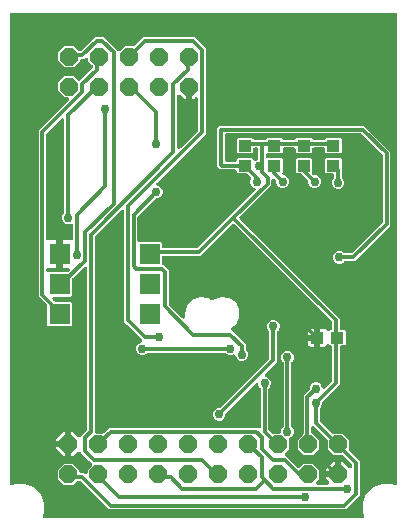
<source format=gbr>
G04 EAGLE Gerber RS-274X export*
G75*
%MOMM*%
%FSLAX34Y34*%
%LPD*%
%INBottom Copper*%
%IPPOS*%
%AMOC8*
5,1,8,0,0,1.08239X$1,22.5*%
G01*
%ADD10R,1.100000X1.000000*%
%ADD11P,1.649562X8X202.500000*%
%ADD12R,1.800000X1.800000*%
%ADD13P,1.649562X8X22.500000*%
%ADD14C,0.330200*%
%ADD15C,0.756400*%

G36*
X309586Y10936D02*
X309586Y10936D01*
X309705Y10940D01*
X309766Y10956D01*
X309829Y10963D01*
X309941Y11001D01*
X310056Y11031D01*
X310112Y11060D01*
X310172Y11080D01*
X310273Y11142D01*
X310379Y11196D01*
X310427Y11237D01*
X310481Y11270D01*
X310566Y11353D01*
X310657Y11429D01*
X310696Y11479D01*
X310741Y11523D01*
X310806Y11622D01*
X310879Y11716D01*
X310905Y11774D01*
X310940Y11827D01*
X310982Y11937D01*
X311032Y12045D01*
X311045Y12107D01*
X311068Y12166D01*
X311084Y12283D01*
X311109Y12399D01*
X311109Y12463D01*
X311118Y12525D01*
X311108Y12644D01*
X311108Y12762D01*
X311094Y12813D01*
X311088Y12887D01*
X311010Y13141D01*
X310993Y13205D01*
X309839Y15990D01*
X309839Y24010D01*
X312909Y31420D01*
X318580Y37091D01*
X325990Y40161D01*
X334010Y40161D01*
X336795Y39007D01*
X336909Y38974D01*
X337020Y38932D01*
X337083Y38924D01*
X337144Y38906D01*
X337262Y38898D01*
X337380Y38882D01*
X337443Y38887D01*
X337506Y38883D01*
X337623Y38902D01*
X337741Y38912D01*
X337802Y38930D01*
X337864Y38940D01*
X337974Y38984D01*
X338088Y39019D01*
X338143Y39051D01*
X338201Y39074D01*
X338299Y39141D01*
X338402Y39200D01*
X338449Y39243D01*
X338501Y39279D01*
X338582Y39365D01*
X338669Y39445D01*
X338706Y39497D01*
X338749Y39544D01*
X338809Y39646D01*
X338877Y39743D01*
X338901Y39802D01*
X338933Y39856D01*
X338969Y39969D01*
X339014Y40079D01*
X339021Y40131D01*
X339044Y40202D01*
X339068Y40466D01*
X339077Y40532D01*
X339077Y437427D01*
X339060Y437584D01*
X339047Y437741D01*
X339040Y437764D01*
X339037Y437788D01*
X338986Y437936D01*
X338939Y438088D01*
X338927Y438108D01*
X338920Y438131D01*
X338837Y438265D01*
X338758Y438402D01*
X338742Y438420D01*
X338730Y438440D01*
X338620Y438553D01*
X338513Y438669D01*
X338494Y438683D01*
X338477Y438700D01*
X338345Y438787D01*
X338215Y438877D01*
X338193Y438886D01*
X338173Y438899D01*
X338026Y438954D01*
X337880Y439014D01*
X337859Y439017D01*
X337834Y439026D01*
X337475Y439077D01*
X337448Y439074D01*
X337427Y439077D01*
X12573Y439077D01*
X12416Y439060D01*
X12259Y439047D01*
X12236Y439040D01*
X12212Y439037D01*
X12064Y438986D01*
X11912Y438939D01*
X11892Y438927D01*
X11869Y438920D01*
X11735Y438837D01*
X11598Y438758D01*
X11580Y438742D01*
X11560Y438730D01*
X11447Y438620D01*
X11331Y438513D01*
X11317Y438494D01*
X11300Y438477D01*
X11213Y438345D01*
X11123Y438215D01*
X11114Y438193D01*
X11101Y438173D01*
X11046Y438026D01*
X10986Y437880D01*
X10983Y437859D01*
X10974Y437834D01*
X10923Y437475D01*
X10926Y437448D01*
X10923Y437427D01*
X10923Y40532D01*
X10936Y40414D01*
X10940Y40295D01*
X10956Y40234D01*
X10963Y40171D01*
X11001Y40059D01*
X11031Y39944D01*
X11060Y39888D01*
X11080Y39828D01*
X11142Y39727D01*
X11196Y39621D01*
X11237Y39573D01*
X11270Y39519D01*
X11353Y39434D01*
X11429Y39343D01*
X11479Y39304D01*
X11523Y39259D01*
X11622Y39194D01*
X11716Y39121D01*
X11774Y39095D01*
X11827Y39060D01*
X11937Y39018D01*
X12045Y38968D01*
X12107Y38955D01*
X12166Y38932D01*
X12283Y38916D01*
X12399Y38891D01*
X12463Y38891D01*
X12525Y38882D01*
X12644Y38892D01*
X12762Y38892D01*
X12813Y38906D01*
X12887Y38912D01*
X13141Y38990D01*
X13205Y39007D01*
X15990Y40161D01*
X24010Y40161D01*
X31420Y37091D01*
X37091Y31420D01*
X40161Y24010D01*
X40161Y15990D01*
X39007Y13205D01*
X38974Y13091D01*
X38932Y12980D01*
X38924Y12917D01*
X38906Y12856D01*
X38898Y12738D01*
X38882Y12620D01*
X38887Y12557D01*
X38883Y12494D01*
X38902Y12377D01*
X38912Y12259D01*
X38930Y12198D01*
X38940Y12136D01*
X38984Y12026D01*
X39019Y11912D01*
X39051Y11857D01*
X39074Y11799D01*
X39141Y11701D01*
X39200Y11598D01*
X39243Y11551D01*
X39279Y11499D01*
X39365Y11418D01*
X39445Y11331D01*
X39497Y11294D01*
X39544Y11251D01*
X39646Y11191D01*
X39743Y11123D01*
X39802Y11099D01*
X39856Y11067D01*
X39969Y11031D01*
X40079Y10986D01*
X40131Y10979D01*
X40202Y10956D01*
X40466Y10932D01*
X40532Y10923D01*
X309468Y10923D01*
X309586Y10936D01*
G37*
%LPC*%
G36*
X95205Y18541D02*
X95205Y18541D01*
X71558Y42188D01*
X71515Y42223D01*
X71477Y42263D01*
X71374Y42336D01*
X71275Y42415D01*
X71225Y42439D01*
X71179Y42471D01*
X71062Y42519D01*
X70949Y42574D01*
X70895Y42587D01*
X70844Y42608D01*
X70756Y42620D01*
X70596Y42658D01*
X70469Y42660D01*
X70391Y42671D01*
X68887Y42671D01*
X68832Y42665D01*
X68777Y42668D01*
X68652Y42645D01*
X68527Y42631D01*
X68474Y42613D01*
X68420Y42604D01*
X68303Y42555D01*
X68184Y42514D01*
X68136Y42485D01*
X68085Y42463D01*
X68015Y42410D01*
X67875Y42324D01*
X67784Y42236D01*
X67721Y42188D01*
X64488Y38955D01*
X56912Y38955D01*
X51555Y44312D01*
X51555Y51888D01*
X56912Y57245D01*
X64488Y57245D01*
X69845Y51888D01*
X69845Y50673D01*
X69862Y50516D01*
X69875Y50359D01*
X69882Y50336D01*
X69885Y50312D01*
X69936Y50164D01*
X69983Y50012D01*
X69995Y49992D01*
X70002Y49969D01*
X70085Y49835D01*
X70164Y49698D01*
X70180Y49680D01*
X70192Y49660D01*
X70302Y49547D01*
X70409Y49431D01*
X70428Y49417D01*
X70445Y49400D01*
X70577Y49313D01*
X70707Y49223D01*
X70729Y49214D01*
X70749Y49201D01*
X70896Y49146D01*
X71042Y49086D01*
X71063Y49083D01*
X71088Y49074D01*
X71447Y49023D01*
X71474Y49026D01*
X71495Y49023D01*
X73705Y49023D01*
X74138Y48590D01*
X74200Y48541D01*
X74255Y48484D01*
X74341Y48427D01*
X74421Y48363D01*
X74492Y48329D01*
X74559Y48285D01*
X74655Y48249D01*
X74747Y48204D01*
X74824Y48185D01*
X74898Y48158D01*
X75000Y48143D01*
X75100Y48119D01*
X75179Y48118D01*
X75258Y48107D01*
X75360Y48116D01*
X75463Y48114D01*
X75540Y48130D01*
X75619Y48137D01*
X75717Y48167D01*
X75818Y48188D01*
X75890Y48221D01*
X75966Y48245D01*
X76055Y48296D01*
X76148Y48338D01*
X76211Y48386D01*
X76280Y48425D01*
X76356Y48495D01*
X76438Y48557D01*
X76489Y48617D01*
X76547Y48671D01*
X76606Y48755D01*
X76673Y48833D01*
X76710Y48904D01*
X76755Y48968D01*
X76794Y49063D01*
X76841Y49155D01*
X76862Y49231D01*
X76892Y49304D01*
X76903Y49383D01*
X76936Y49505D01*
X76943Y49669D01*
X76955Y49757D01*
X76955Y51888D01*
X80305Y55237D01*
X80403Y55360D01*
X80506Y55481D01*
X80517Y55502D01*
X80532Y55521D01*
X80601Y55662D01*
X80674Y55802D01*
X80680Y55825D01*
X80691Y55846D01*
X80728Y56000D01*
X80769Y56152D01*
X80770Y56176D01*
X80775Y56199D01*
X80778Y56357D01*
X80784Y56515D01*
X80780Y56538D01*
X80781Y56562D01*
X80748Y56717D01*
X80720Y56872D01*
X80711Y56894D01*
X80706Y56917D01*
X80641Y57061D01*
X80580Y57206D01*
X80567Y57223D01*
X80556Y57247D01*
X80338Y57537D01*
X80317Y57555D01*
X80305Y57571D01*
X78383Y59493D01*
X71613Y66263D01*
X71599Y66332D01*
X71587Y66434D01*
X71562Y66509D01*
X71546Y66587D01*
X71503Y66680D01*
X71470Y66778D01*
X71428Y66845D01*
X71396Y66917D01*
X71334Y66999D01*
X71280Y67087D01*
X71225Y67143D01*
X71177Y67207D01*
X71099Y67273D01*
X71027Y67347D01*
X70961Y67390D01*
X70900Y67441D01*
X70809Y67489D01*
X70723Y67546D01*
X70649Y67573D01*
X70579Y67610D01*
X70480Y67637D01*
X70384Y67673D01*
X70306Y67684D01*
X70229Y67705D01*
X70126Y67709D01*
X70025Y67723D01*
X69946Y67717D01*
X69867Y67720D01*
X69765Y67702D01*
X69663Y67694D01*
X69587Y67670D01*
X69509Y67656D01*
X69415Y67617D01*
X69317Y67586D01*
X69248Y67547D01*
X69175Y67516D01*
X69112Y67468D01*
X69002Y67405D01*
X68881Y67294D01*
X68810Y67241D01*
X64909Y63339D01*
X63239Y63339D01*
X63239Y72611D01*
X63222Y72768D01*
X63209Y72925D01*
X63202Y72948D01*
X63199Y72971D01*
X63148Y73120D01*
X63101Y73271D01*
X63089Y73292D01*
X63082Y73315D01*
X62999Y73449D01*
X62969Y73501D01*
X63039Y73601D01*
X63048Y73623D01*
X63061Y73643D01*
X63116Y73790D01*
X63176Y73937D01*
X63179Y73957D01*
X63188Y73982D01*
X63239Y74342D01*
X63236Y74369D01*
X63239Y74389D01*
X63239Y83661D01*
X64909Y83661D01*
X68810Y79759D01*
X68872Y79710D01*
X68927Y79653D01*
X69013Y79597D01*
X69093Y79533D01*
X69164Y79498D01*
X69231Y79454D01*
X69327Y79418D01*
X69419Y79373D01*
X69496Y79355D01*
X69570Y79327D01*
X69672Y79313D01*
X69772Y79289D01*
X69851Y79288D01*
X69930Y79277D01*
X70032Y79285D01*
X70135Y79284D01*
X70212Y79300D01*
X70291Y79306D01*
X70389Y79337D01*
X70490Y79358D01*
X70562Y79390D01*
X70638Y79414D01*
X70727Y79465D01*
X70820Y79508D01*
X70883Y79555D01*
X70952Y79595D01*
X71028Y79664D01*
X71110Y79726D01*
X71161Y79787D01*
X71219Y79840D01*
X71278Y79924D01*
X71345Y80003D01*
X71381Y80073D01*
X71427Y80138D01*
X71466Y80233D01*
X71513Y80324D01*
X71534Y80400D01*
X71564Y80474D01*
X71575Y80552D01*
X71608Y80674D01*
X71615Y80839D01*
X71627Y80926D01*
X71627Y80944D01*
X75970Y85287D01*
X76005Y85330D01*
X76045Y85368D01*
X76118Y85471D01*
X76197Y85570D01*
X76221Y85620D01*
X76253Y85666D01*
X76301Y85783D01*
X76356Y85896D01*
X76369Y85950D01*
X76390Y86001D01*
X76402Y86089D01*
X76440Y86249D01*
X76442Y86376D01*
X76453Y86454D01*
X76453Y222410D01*
X76445Y222489D01*
X76446Y222568D01*
X76425Y222668D01*
X76413Y222771D01*
X76388Y222845D01*
X76372Y222923D01*
X76329Y223017D01*
X76296Y223114D01*
X76254Y223181D01*
X76222Y223253D01*
X76160Y223335D01*
X76106Y223423D01*
X76051Y223480D01*
X76003Y223543D01*
X75925Y223609D01*
X75853Y223683D01*
X75787Y223727D01*
X75726Y223778D01*
X75635Y223826D01*
X75549Y223882D01*
X75475Y223910D01*
X75405Y223946D01*
X75306Y223973D01*
X75210Y224009D01*
X75132Y224020D01*
X75055Y224041D01*
X74952Y224045D01*
X74851Y224060D01*
X74772Y224053D01*
X74693Y224057D01*
X74591Y224039D01*
X74489Y224030D01*
X74413Y224007D01*
X74335Y223993D01*
X74241Y223953D01*
X74143Y223922D01*
X74074Y223883D01*
X74001Y223852D01*
X73938Y223805D01*
X73828Y223742D01*
X73707Y223630D01*
X73636Y223577D01*
X64128Y214069D01*
X64093Y214026D01*
X64053Y213988D01*
X63980Y213885D01*
X63901Y213786D01*
X63877Y213736D01*
X63845Y213690D01*
X63797Y213573D01*
X63742Y213460D01*
X63729Y213406D01*
X63708Y213355D01*
X63696Y213267D01*
X63658Y213107D01*
X63656Y212980D01*
X63645Y212902D01*
X63645Y199608D01*
X62752Y198715D01*
X48647Y198715D01*
X48568Y198707D01*
X48489Y198708D01*
X48389Y198687D01*
X48286Y198675D01*
X48212Y198650D01*
X48134Y198634D01*
X48040Y198591D01*
X47943Y198558D01*
X47876Y198516D01*
X47804Y198484D01*
X47722Y198422D01*
X47634Y198368D01*
X47577Y198313D01*
X47514Y198265D01*
X47448Y198187D01*
X47374Y198115D01*
X47330Y198049D01*
X47279Y197988D01*
X47231Y197897D01*
X47175Y197811D01*
X47147Y197737D01*
X47111Y197667D01*
X47084Y197568D01*
X47048Y197472D01*
X47037Y197394D01*
X47016Y197317D01*
X47012Y197214D01*
X46997Y197113D01*
X47004Y197034D01*
X47000Y196955D01*
X47018Y196853D01*
X47027Y196751D01*
X47050Y196675D01*
X47064Y196597D01*
X47104Y196503D01*
X47135Y196405D01*
X47174Y196336D01*
X47205Y196263D01*
X47252Y196200D01*
X47315Y196090D01*
X47427Y195969D01*
X47480Y195898D01*
X48430Y194948D01*
X48473Y194913D01*
X48511Y194873D01*
X48614Y194800D01*
X48713Y194721D01*
X48763Y194697D01*
X48808Y194665D01*
X48926Y194617D01*
X49039Y194562D01*
X49093Y194549D01*
X49144Y194528D01*
X49232Y194516D01*
X49392Y194478D01*
X49519Y194476D01*
X49597Y194465D01*
X62752Y194465D01*
X63645Y193572D01*
X63645Y174308D01*
X62752Y173415D01*
X43488Y173415D01*
X42595Y174308D01*
X42595Y191117D01*
X42589Y191172D01*
X42592Y191227D01*
X42569Y191352D01*
X42555Y191478D01*
X42537Y191530D01*
X42528Y191585D01*
X42479Y191701D01*
X42438Y191821D01*
X42409Y191868D01*
X42387Y191919D01*
X42334Y191990D01*
X42248Y192130D01*
X42160Y192221D01*
X42112Y192284D01*
X35432Y198964D01*
X35432Y339135D01*
X37776Y341479D01*
X60835Y364538D01*
X60884Y364600D01*
X60941Y364655D01*
X60998Y364741D01*
X61062Y364821D01*
X61097Y364892D01*
X61140Y364959D01*
X61176Y365055D01*
X61221Y365147D01*
X61240Y365224D01*
X61267Y365298D01*
X61282Y365400D01*
X61306Y365500D01*
X61307Y365579D01*
X61318Y365658D01*
X61309Y365760D01*
X61311Y365863D01*
X61295Y365940D01*
X61288Y366019D01*
X61258Y366117D01*
X61237Y366218D01*
X61204Y366290D01*
X61180Y366366D01*
X61129Y366455D01*
X61087Y366548D01*
X61039Y366611D01*
X61000Y366680D01*
X60930Y366756D01*
X60868Y366838D01*
X60808Y366889D01*
X60754Y366947D01*
X60670Y367006D01*
X60592Y367073D01*
X60521Y367110D01*
X60457Y367155D01*
X60361Y367194D01*
X60270Y367241D01*
X60194Y367262D01*
X60121Y367292D01*
X60042Y367303D01*
X59920Y367336D01*
X59756Y367343D01*
X59668Y367355D01*
X57412Y367355D01*
X52055Y372712D01*
X52055Y380288D01*
X57412Y385645D01*
X64988Y385645D01*
X68678Y381954D01*
X68802Y381856D01*
X68922Y381753D01*
X68943Y381742D01*
X68962Y381727D01*
X69103Y381658D01*
X69243Y381585D01*
X69266Y381579D01*
X69287Y381568D01*
X69441Y381531D01*
X69593Y381490D01*
X69617Y381489D01*
X69640Y381484D01*
X69798Y381481D01*
X69956Y381475D01*
X69979Y381479D01*
X70003Y381478D01*
X70157Y381511D01*
X70313Y381539D01*
X70335Y381548D01*
X70358Y381553D01*
X70502Y381618D01*
X70647Y381679D01*
X70664Y381691D01*
X70688Y381703D01*
X70978Y381921D01*
X70996Y381942D01*
X71012Y381954D01*
X71558Y382500D01*
X80796Y391738D01*
X80831Y391781D01*
X80871Y391819D01*
X80944Y391922D01*
X81023Y392021D01*
X81047Y392071D01*
X81079Y392117D01*
X81127Y392234D01*
X81182Y392347D01*
X81195Y392401D01*
X81216Y392452D01*
X81228Y392540D01*
X81266Y392700D01*
X81268Y392827D01*
X81279Y392905D01*
X81279Y393605D01*
X81273Y393660D01*
X81276Y393715D01*
X81253Y393840D01*
X81239Y393965D01*
X81221Y394018D01*
X81212Y394072D01*
X81163Y394189D01*
X81122Y394308D01*
X81093Y394356D01*
X81071Y394407D01*
X81018Y394477D01*
X80932Y394617D01*
X80844Y394708D01*
X80796Y394771D01*
X77455Y398112D01*
X77455Y399561D01*
X77447Y399640D01*
X77448Y399719D01*
X77427Y399819D01*
X77415Y399922D01*
X77390Y399997D01*
X77374Y400074D01*
X77331Y400168D01*
X77298Y400265D01*
X77256Y400332D01*
X77224Y400404D01*
X77162Y400486D01*
X77108Y400574D01*
X77053Y400631D01*
X77005Y400694D01*
X76927Y400760D01*
X76855Y400834D01*
X76789Y400878D01*
X76728Y400929D01*
X76637Y400977D01*
X76551Y401033D01*
X76477Y401061D01*
X76407Y401097D01*
X76308Y401124D01*
X76212Y401160D01*
X76134Y401171D01*
X76057Y401192D01*
X75954Y401196D01*
X75853Y401211D01*
X75774Y401204D01*
X75695Y401208D01*
X75593Y401190D01*
X75491Y401181D01*
X75415Y401158D01*
X75337Y401144D01*
X75243Y401104D01*
X75145Y401073D01*
X75076Y401034D01*
X75003Y401003D01*
X74940Y400956D01*
X74830Y400893D01*
X74709Y400781D01*
X74638Y400728D01*
X73705Y399795D01*
X71995Y399795D01*
X71838Y399778D01*
X71681Y399765D01*
X71658Y399758D01*
X71634Y399755D01*
X71486Y399704D01*
X71334Y399657D01*
X71314Y399645D01*
X71291Y399638D01*
X71157Y399555D01*
X71020Y399476D01*
X71002Y399460D01*
X70982Y399448D01*
X70869Y399338D01*
X70753Y399231D01*
X70739Y399212D01*
X70722Y399195D01*
X70635Y399063D01*
X70545Y398933D01*
X70536Y398911D01*
X70523Y398891D01*
X70468Y398744D01*
X70408Y398598D01*
X70405Y398577D01*
X70396Y398552D01*
X70345Y398193D01*
X70348Y398166D01*
X70345Y398145D01*
X70345Y398112D01*
X64988Y392755D01*
X57412Y392755D01*
X52055Y398112D01*
X52055Y405688D01*
X57412Y411045D01*
X64988Y411045D01*
X69313Y406719D01*
X69436Y406621D01*
X69557Y406518D01*
X69578Y406507D01*
X69597Y406492D01*
X69738Y406423D01*
X69878Y406350D01*
X69901Y406344D01*
X69922Y406333D01*
X70075Y406296D01*
X70228Y406255D01*
X70252Y406254D01*
X70275Y406249D01*
X70433Y406246D01*
X70591Y406240D01*
X70614Y406244D01*
X70638Y406243D01*
X70793Y406276D01*
X70948Y406304D01*
X70970Y406313D01*
X70993Y406318D01*
X71137Y406383D01*
X71282Y406444D01*
X71299Y406456D01*
X71323Y406468D01*
X71613Y406686D01*
X71631Y406707D01*
X71647Y406719D01*
X80796Y415868D01*
X83140Y418212D01*
X90596Y418212D01*
X99765Y409043D01*
X101821Y406987D01*
X101944Y406889D01*
X102064Y406786D01*
X102085Y406775D01*
X102104Y406760D01*
X102246Y406691D01*
X102385Y406618D01*
X102409Y406612D01*
X102430Y406601D01*
X102583Y406564D01*
X102736Y406523D01*
X102760Y406522D01*
X102783Y406517D01*
X102940Y406514D01*
X103098Y406508D01*
X103122Y406512D01*
X103146Y406511D01*
X103300Y406544D01*
X103455Y406572D01*
X103477Y406581D01*
X103501Y406586D01*
X103645Y406651D01*
X103790Y406712D01*
X103806Y406724D01*
X103831Y406736D01*
X104121Y406954D01*
X104138Y406975D01*
X104155Y406987D01*
X108212Y411045D01*
X116310Y411045D01*
X116365Y411051D01*
X116420Y411048D01*
X116545Y411071D01*
X116671Y411085D01*
X116723Y411103D01*
X116778Y411112D01*
X116894Y411161D01*
X117014Y411202D01*
X117061Y411231D01*
X117112Y411253D01*
X117183Y411306D01*
X117323Y411392D01*
X117414Y411480D01*
X117477Y411528D01*
X124161Y418212D01*
X167812Y418212D01*
X176912Y409112D01*
X176912Y336505D01*
X174568Y334161D01*
X135580Y295173D01*
X135506Y295081D01*
X135425Y294994D01*
X135393Y294940D01*
X135354Y294890D01*
X135302Y294784D01*
X135242Y294682D01*
X135222Y294621D01*
X135194Y294564D01*
X135167Y294449D01*
X135130Y294336D01*
X135125Y294273D01*
X135110Y294211D01*
X135108Y294093D01*
X135097Y293975D01*
X135106Y293912D01*
X135105Y293849D01*
X135129Y293733D01*
X135144Y293615D01*
X135166Y293556D01*
X135179Y293494D01*
X135228Y293385D01*
X135268Y293274D01*
X135303Y293221D01*
X135329Y293163D01*
X135400Y293069D01*
X135464Y292969D01*
X135509Y292924D01*
X135547Y292874D01*
X135638Y292797D01*
X135722Y292713D01*
X135767Y292687D01*
X135824Y292639D01*
X136059Y292515D01*
X136116Y292482D01*
X138134Y291646D01*
X139627Y290153D01*
X140435Y288203D01*
X140435Y286091D01*
X139627Y284141D01*
X138134Y282648D01*
X136184Y281840D01*
X134996Y281840D01*
X134941Y281834D01*
X134886Y281837D01*
X134761Y281814D01*
X134635Y281800D01*
X134583Y281782D01*
X134528Y281773D01*
X134412Y281724D01*
X134292Y281683D01*
X134245Y281654D01*
X134194Y281632D01*
X134123Y281579D01*
X133983Y281493D01*
X133892Y281405D01*
X133829Y281357D01*
X119483Y267011D01*
X119448Y266968D01*
X119408Y266930D01*
X119335Y266827D01*
X119256Y266728D01*
X119232Y266678D01*
X119200Y266632D01*
X119152Y266515D01*
X119097Y266402D01*
X119084Y266348D01*
X119063Y266297D01*
X119051Y266209D01*
X119013Y266049D01*
X119011Y265922D01*
X119000Y265844D01*
X119000Y246815D01*
X119017Y246658D01*
X119030Y246501D01*
X119037Y246478D01*
X119040Y246454D01*
X119091Y246306D01*
X119138Y246154D01*
X119150Y246134D01*
X119157Y246111D01*
X119240Y245977D01*
X119319Y245840D01*
X119335Y245822D01*
X119347Y245802D01*
X119457Y245689D01*
X119564Y245573D01*
X119583Y245559D01*
X119600Y245542D01*
X119732Y245455D01*
X119862Y245365D01*
X119884Y245356D01*
X119904Y245343D01*
X120051Y245288D01*
X120197Y245228D01*
X120218Y245225D01*
X120243Y245216D01*
X120602Y245165D01*
X120629Y245168D01*
X120650Y245165D01*
X138952Y245165D01*
X139845Y244272D01*
X139845Y241300D01*
X139862Y241143D01*
X139875Y240986D01*
X139882Y240963D01*
X139885Y240939D01*
X139936Y240791D01*
X139983Y240639D01*
X139995Y240619D01*
X140002Y240596D01*
X140085Y240462D01*
X140164Y240325D01*
X140180Y240307D01*
X140192Y240287D01*
X140302Y240174D01*
X140409Y240058D01*
X140428Y240044D01*
X140445Y240027D01*
X140577Y239940D01*
X140707Y239850D01*
X140729Y239841D01*
X140749Y239828D01*
X140896Y239773D01*
X141042Y239713D01*
X141063Y239710D01*
X141088Y239701D01*
X141447Y239650D01*
X141474Y239653D01*
X141495Y239650D01*
X169324Y239650D01*
X169379Y239656D01*
X169434Y239653D01*
X169559Y239676D01*
X169685Y239690D01*
X169737Y239708D01*
X169792Y239717D01*
X169908Y239766D01*
X170028Y239807D01*
X170075Y239836D01*
X170126Y239858D01*
X170197Y239911D01*
X170337Y239997D01*
X170428Y240085D01*
X170491Y240133D01*
X199447Y269089D01*
X218688Y288330D01*
X218762Y288422D01*
X218843Y288509D01*
X218875Y288564D01*
X218914Y288613D01*
X218966Y288719D01*
X219027Y288822D01*
X219046Y288882D01*
X219074Y288939D01*
X219101Y289054D01*
X219138Y289167D01*
X219144Y289230D01*
X219158Y289292D01*
X219160Y289410D01*
X219171Y289528D01*
X219163Y289591D01*
X219163Y289655D01*
X219139Y289771D01*
X219124Y289888D01*
X219102Y289947D01*
X219089Y290010D01*
X219040Y290118D01*
X219000Y290229D01*
X218966Y290282D01*
X218939Y290340D01*
X218868Y290435D01*
X218804Y290534D01*
X218759Y290579D01*
X218721Y290630D01*
X218630Y290706D01*
X218546Y290790D01*
X218501Y290816D01*
X218444Y290864D01*
X218209Y290988D01*
X218152Y291021D01*
X216994Y291501D01*
X215501Y292994D01*
X214693Y294944D01*
X214693Y297056D01*
X215220Y298328D01*
X215225Y298343D01*
X215232Y298357D01*
X215275Y298518D01*
X215321Y298676D01*
X215322Y298692D01*
X215327Y298707D01*
X215334Y298874D01*
X215344Y299038D01*
X215342Y299054D01*
X215342Y299070D01*
X215313Y299233D01*
X215287Y299397D01*
X215281Y299411D01*
X215278Y299427D01*
X215214Y299579D01*
X215153Y299734D01*
X215144Y299747D01*
X215138Y299762D01*
X215098Y299814D01*
X214948Y300034D01*
X214894Y300084D01*
X214863Y300126D01*
X212517Y302472D01*
X212474Y302507D01*
X212436Y302547D01*
X212333Y302620D01*
X212234Y302699D01*
X212184Y302723D01*
X212138Y302755D01*
X212022Y302803D01*
X211908Y302858D01*
X211854Y302871D01*
X211803Y302892D01*
X211715Y302904D01*
X211555Y302942D01*
X211428Y302944D01*
X211350Y302955D01*
X203868Y302955D01*
X202975Y303848D01*
X202975Y304654D01*
X202958Y304811D01*
X202945Y304968D01*
X202938Y304991D01*
X202935Y305015D01*
X202884Y305163D01*
X202837Y305315D01*
X202825Y305335D01*
X202818Y305358D01*
X202735Y305492D01*
X202656Y305629D01*
X202640Y305647D01*
X202628Y305667D01*
X202518Y305780D01*
X202411Y305896D01*
X202392Y305910D01*
X202375Y305927D01*
X202243Y306014D01*
X202113Y306104D01*
X202091Y306113D01*
X202071Y306126D01*
X201924Y306181D01*
X201778Y306241D01*
X201757Y306244D01*
X201732Y306253D01*
X201373Y306304D01*
X201346Y306301D01*
X201325Y306304D01*
X189205Y306304D01*
X186824Y308685D01*
X186824Y341315D01*
X188685Y343176D01*
X311315Y343176D01*
X333176Y321315D01*
X333176Y258685D01*
X303315Y228824D01*
X295013Y228824D01*
X294958Y228818D01*
X294902Y228821D01*
X294778Y228798D01*
X294652Y228784D01*
X294600Y228766D01*
X294545Y228757D01*
X294429Y228708D01*
X294309Y228667D01*
X294262Y228638D01*
X294211Y228616D01*
X294140Y228563D01*
X294000Y228477D01*
X293909Y228389D01*
X293846Y228341D01*
X293006Y227501D01*
X291056Y226693D01*
X288944Y226693D01*
X286994Y227501D01*
X285501Y228994D01*
X284693Y230944D01*
X284693Y233056D01*
X285501Y235006D01*
X286994Y236499D01*
X288944Y237307D01*
X291056Y237307D01*
X293006Y236499D01*
X293846Y235659D01*
X293889Y235624D01*
X293927Y235584D01*
X294030Y235511D01*
X294129Y235432D01*
X294179Y235408D01*
X294224Y235376D01*
X294341Y235328D01*
X294455Y235273D01*
X294509Y235260D01*
X294560Y235239D01*
X294648Y235227D01*
X294808Y235189D01*
X294934Y235187D01*
X295013Y235176D01*
X300001Y235176D01*
X300056Y235182D01*
X300111Y235179D01*
X300236Y235202D01*
X300362Y235216D01*
X300414Y235234D01*
X300469Y235243D01*
X300585Y235292D01*
X300705Y235333D01*
X300752Y235362D01*
X300803Y235384D01*
X300874Y235437D01*
X301014Y235523D01*
X301105Y235611D01*
X301168Y235659D01*
X326341Y260832D01*
X326376Y260875D01*
X326416Y260913D01*
X326489Y261016D01*
X326568Y261115D01*
X326592Y261165D01*
X326624Y261211D01*
X326672Y261328D01*
X326727Y261441D01*
X326740Y261495D01*
X326761Y261546D01*
X326773Y261634D01*
X326811Y261794D01*
X326813Y261921D01*
X326824Y261999D01*
X326824Y318001D01*
X326818Y318056D01*
X326821Y318111D01*
X326798Y318236D01*
X326784Y318362D01*
X326766Y318414D01*
X326757Y318469D01*
X326708Y318585D01*
X326667Y318705D01*
X326638Y318752D01*
X326616Y318803D01*
X326563Y318874D01*
X326477Y319014D01*
X326389Y319105D01*
X326341Y319168D01*
X309168Y336341D01*
X309125Y336376D01*
X309087Y336416D01*
X308984Y336489D01*
X308885Y336568D01*
X308835Y336592D01*
X308789Y336624D01*
X308672Y336672D01*
X308559Y336727D01*
X308505Y336740D01*
X308454Y336761D01*
X308366Y336773D01*
X308206Y336811D01*
X308079Y336813D01*
X308001Y336824D01*
X194826Y336824D01*
X194669Y336807D01*
X194512Y336794D01*
X194489Y336787D01*
X194465Y336784D01*
X194317Y336733D01*
X194165Y336686D01*
X194145Y336674D01*
X194122Y336667D01*
X193988Y336584D01*
X193851Y336505D01*
X193833Y336489D01*
X193813Y336477D01*
X193700Y336367D01*
X193584Y336260D01*
X193570Y336241D01*
X193553Y336224D01*
X193466Y336092D01*
X193376Y335962D01*
X193367Y335940D01*
X193354Y335920D01*
X193299Y335773D01*
X193239Y335627D01*
X193236Y335606D01*
X193227Y335581D01*
X193176Y335222D01*
X193179Y335195D01*
X193176Y335174D01*
X193176Y314306D01*
X193193Y314149D01*
X193206Y313992D01*
X193213Y313969D01*
X193216Y313945D01*
X193267Y313797D01*
X193314Y313645D01*
X193326Y313625D01*
X193333Y313602D01*
X193416Y313468D01*
X193495Y313331D01*
X193511Y313313D01*
X193523Y313293D01*
X193633Y313180D01*
X193740Y313064D01*
X193759Y313050D01*
X193776Y313033D01*
X193908Y312946D01*
X194038Y312856D01*
X194060Y312847D01*
X194080Y312834D01*
X194227Y312779D01*
X194373Y312719D01*
X194394Y312716D01*
X194419Y312707D01*
X194778Y312656D01*
X194805Y312659D01*
X194826Y312656D01*
X201325Y312656D01*
X201482Y312673D01*
X201639Y312686D01*
X201662Y312693D01*
X201686Y312696D01*
X201834Y312747D01*
X201986Y312794D01*
X202006Y312806D01*
X202029Y312813D01*
X202163Y312896D01*
X202300Y312975D01*
X202318Y312991D01*
X202338Y313003D01*
X202451Y313113D01*
X202567Y313220D01*
X202581Y313239D01*
X202598Y313256D01*
X202685Y313388D01*
X202775Y313518D01*
X202784Y313540D01*
X202797Y313560D01*
X202852Y313707D01*
X202912Y313853D01*
X202915Y313874D01*
X202924Y313899D01*
X202975Y314258D01*
X202972Y314285D01*
X202975Y314306D01*
X202975Y315112D01*
X203868Y316005D01*
X216132Y316005D01*
X217025Y315112D01*
X217025Y315019D01*
X217038Y314901D01*
X217042Y314782D01*
X217058Y314721D01*
X217065Y314658D01*
X217103Y314546D01*
X217133Y314431D01*
X217162Y314375D01*
X217182Y314315D01*
X217244Y314214D01*
X217298Y314108D01*
X217339Y314060D01*
X217372Y314006D01*
X217455Y313921D01*
X217531Y313830D01*
X217581Y313791D01*
X217625Y313745D01*
X217724Y313681D01*
X217818Y313608D01*
X217876Y313581D01*
X217929Y313547D01*
X218039Y313505D01*
X218147Y313455D01*
X218209Y313442D01*
X218268Y313419D01*
X218385Y313403D01*
X218501Y313377D01*
X218565Y313378D01*
X218627Y313369D01*
X218746Y313379D01*
X218864Y313379D01*
X218915Y313392D01*
X218989Y313398D01*
X219242Y313477D01*
X219306Y313494D01*
X220215Y313870D01*
X220228Y313878D01*
X220244Y313882D01*
X220387Y313965D01*
X220532Y314045D01*
X220544Y314055D01*
X220558Y314063D01*
X220680Y314175D01*
X220804Y314285D01*
X220814Y314298D01*
X220825Y314308D01*
X220920Y314444D01*
X221017Y314579D01*
X221024Y314593D01*
X221033Y314606D01*
X221095Y314759D01*
X221161Y314912D01*
X221164Y314927D01*
X221170Y314942D01*
X221179Y315008D01*
X221228Y315268D01*
X221226Y315342D01*
X221233Y315395D01*
X221233Y323342D01*
X221216Y323499D01*
X221203Y323656D01*
X221196Y323679D01*
X221193Y323703D01*
X221142Y323851D01*
X221095Y324003D01*
X221083Y324023D01*
X221076Y324046D01*
X220993Y324180D01*
X220914Y324317D01*
X220898Y324335D01*
X220886Y324355D01*
X220776Y324468D01*
X220669Y324584D01*
X220650Y324598D01*
X220633Y324615D01*
X220501Y324702D01*
X220371Y324792D01*
X220349Y324801D01*
X220329Y324814D01*
X220182Y324869D01*
X220036Y324929D01*
X220015Y324932D01*
X219990Y324941D01*
X219631Y324992D01*
X219604Y324989D01*
X219583Y324992D01*
X218675Y324992D01*
X218518Y324975D01*
X218361Y324962D01*
X218338Y324955D01*
X218314Y324952D01*
X218166Y324901D01*
X218014Y324854D01*
X217994Y324842D01*
X217971Y324835D01*
X217837Y324752D01*
X217700Y324673D01*
X217682Y324657D01*
X217662Y324645D01*
X217549Y324535D01*
X217433Y324428D01*
X217419Y324409D01*
X217402Y324392D01*
X217315Y324260D01*
X217225Y324130D01*
X217216Y324108D01*
X217203Y324088D01*
X217148Y323941D01*
X217088Y323795D01*
X217085Y323774D01*
X217076Y323749D01*
X217025Y323390D01*
X217028Y323363D01*
X217025Y323342D01*
X217025Y320848D01*
X216132Y319955D01*
X203868Y319955D01*
X202975Y320848D01*
X202975Y332112D01*
X203868Y333005D01*
X216132Y333005D01*
X217309Y331827D01*
X217353Y331792D01*
X217390Y331752D01*
X217493Y331680D01*
X217592Y331600D01*
X217642Y331576D01*
X217688Y331544D01*
X217805Y331496D01*
X217918Y331441D01*
X217972Y331428D01*
X218023Y331407D01*
X218111Y331395D01*
X218271Y331357D01*
X218398Y331355D01*
X218476Y331344D01*
X226524Y331344D01*
X226579Y331350D01*
X226634Y331347D01*
X226759Y331370D01*
X226884Y331384D01*
X226937Y331402D01*
X226991Y331411D01*
X227108Y331460D01*
X227228Y331501D01*
X227275Y331530D01*
X227326Y331552D01*
X227397Y331605D01*
X227537Y331691D01*
X227628Y331779D01*
X227691Y331827D01*
X228868Y333005D01*
X241132Y333005D01*
X242309Y331827D01*
X242353Y331792D01*
X242390Y331752D01*
X242493Y331680D01*
X242592Y331600D01*
X242642Y331576D01*
X242688Y331544D01*
X242805Y331496D01*
X242918Y331441D01*
X242972Y331428D01*
X243023Y331407D01*
X243111Y331395D01*
X243271Y331357D01*
X243398Y331355D01*
X243476Y331344D01*
X251524Y331344D01*
X251579Y331350D01*
X251634Y331347D01*
X251759Y331370D01*
X251884Y331384D01*
X251937Y331402D01*
X251991Y331411D01*
X252108Y331460D01*
X252228Y331501D01*
X252275Y331530D01*
X252326Y331552D01*
X252397Y331605D01*
X252537Y331691D01*
X252628Y331779D01*
X252691Y331827D01*
X253868Y333005D01*
X266132Y333005D01*
X267309Y331827D01*
X267353Y331792D01*
X267390Y331752D01*
X267493Y331680D01*
X267592Y331600D01*
X267642Y331576D01*
X267688Y331544D01*
X267805Y331496D01*
X267918Y331441D01*
X267972Y331428D01*
X268023Y331407D01*
X268111Y331395D01*
X268271Y331357D01*
X268398Y331355D01*
X268476Y331344D01*
X276524Y331344D01*
X276579Y331350D01*
X276634Y331347D01*
X276759Y331370D01*
X276884Y331384D01*
X276937Y331402D01*
X276991Y331411D01*
X277108Y331460D01*
X277228Y331501D01*
X277275Y331530D01*
X277326Y331552D01*
X277397Y331605D01*
X277537Y331691D01*
X277628Y331779D01*
X277691Y331827D01*
X278868Y333005D01*
X291132Y333005D01*
X292025Y332112D01*
X292025Y320848D01*
X291132Y319955D01*
X278868Y319955D01*
X277975Y320848D01*
X277975Y323342D01*
X277958Y323499D01*
X277945Y323656D01*
X277938Y323679D01*
X277935Y323703D01*
X277884Y323851D01*
X277837Y324003D01*
X277825Y324023D01*
X277818Y324046D01*
X277735Y324180D01*
X277656Y324317D01*
X277640Y324335D01*
X277628Y324355D01*
X277518Y324468D01*
X277411Y324584D01*
X277392Y324598D01*
X277375Y324615D01*
X277243Y324702D01*
X277113Y324792D01*
X277091Y324801D01*
X277071Y324814D01*
X276924Y324869D01*
X276778Y324929D01*
X276757Y324932D01*
X276732Y324941D01*
X276373Y324992D01*
X276346Y324989D01*
X276325Y324992D01*
X268675Y324992D01*
X268518Y324975D01*
X268361Y324962D01*
X268338Y324955D01*
X268314Y324952D01*
X268166Y324901D01*
X268014Y324854D01*
X267994Y324842D01*
X267971Y324835D01*
X267837Y324752D01*
X267700Y324673D01*
X267682Y324657D01*
X267662Y324645D01*
X267549Y324535D01*
X267433Y324428D01*
X267419Y324409D01*
X267402Y324392D01*
X267315Y324260D01*
X267225Y324130D01*
X267216Y324108D01*
X267203Y324088D01*
X267148Y323941D01*
X267088Y323795D01*
X267085Y323774D01*
X267076Y323749D01*
X267025Y323390D01*
X267028Y323363D01*
X267025Y323342D01*
X267025Y320848D01*
X266132Y319955D01*
X253868Y319955D01*
X252975Y320848D01*
X252975Y323342D01*
X252958Y323499D01*
X252945Y323656D01*
X252938Y323679D01*
X252935Y323703D01*
X252884Y323851D01*
X252837Y324003D01*
X252825Y324023D01*
X252818Y324046D01*
X252735Y324180D01*
X252656Y324317D01*
X252640Y324335D01*
X252628Y324355D01*
X252518Y324468D01*
X252411Y324584D01*
X252392Y324598D01*
X252375Y324615D01*
X252243Y324702D01*
X252113Y324792D01*
X252091Y324801D01*
X252071Y324814D01*
X251924Y324869D01*
X251778Y324929D01*
X251757Y324932D01*
X251732Y324941D01*
X251373Y324992D01*
X251346Y324989D01*
X251325Y324992D01*
X243675Y324992D01*
X243518Y324975D01*
X243361Y324962D01*
X243338Y324955D01*
X243314Y324952D01*
X243166Y324901D01*
X243014Y324854D01*
X242994Y324842D01*
X242971Y324835D01*
X242837Y324752D01*
X242700Y324673D01*
X242682Y324657D01*
X242662Y324645D01*
X242549Y324535D01*
X242433Y324428D01*
X242419Y324409D01*
X242402Y324392D01*
X242315Y324260D01*
X242225Y324130D01*
X242216Y324108D01*
X242203Y324088D01*
X242148Y323941D01*
X242088Y323795D01*
X242085Y323774D01*
X242076Y323749D01*
X242025Y323390D01*
X242028Y323363D01*
X242025Y323342D01*
X242025Y320848D01*
X241132Y319955D01*
X229235Y319955D01*
X229078Y319938D01*
X228921Y319925D01*
X228898Y319918D01*
X228874Y319915D01*
X228726Y319864D01*
X228574Y319817D01*
X228554Y319805D01*
X228531Y319798D01*
X228397Y319715D01*
X228260Y319636D01*
X228242Y319620D01*
X228222Y319608D01*
X228109Y319498D01*
X227993Y319391D01*
X227979Y319372D01*
X227962Y319355D01*
X227875Y319223D01*
X227785Y319093D01*
X227776Y319071D01*
X227763Y319051D01*
X227708Y318904D01*
X227648Y318758D01*
X227645Y318737D01*
X227636Y318712D01*
X227585Y318353D01*
X227588Y318326D01*
X227585Y318305D01*
X227585Y317655D01*
X227602Y317498D01*
X227615Y317341D01*
X227622Y317318D01*
X227625Y317294D01*
X227676Y317146D01*
X227723Y316994D01*
X227735Y316974D01*
X227742Y316951D01*
X227825Y316817D01*
X227904Y316680D01*
X227920Y316662D01*
X227932Y316642D01*
X228042Y316529D01*
X228149Y316413D01*
X228168Y316399D01*
X228185Y316382D01*
X228317Y316295D01*
X228447Y316205D01*
X228469Y316196D01*
X228489Y316183D01*
X228636Y316128D01*
X228782Y316068D01*
X228803Y316065D01*
X228828Y316056D01*
X229187Y316005D01*
X229214Y316008D01*
X229235Y316005D01*
X241132Y316005D01*
X242025Y315112D01*
X242025Y303767D01*
X241997Y303710D01*
X241937Y303608D01*
X241917Y303547D01*
X241890Y303491D01*
X241862Y303375D01*
X241826Y303262D01*
X241820Y303199D01*
X241805Y303138D01*
X241803Y303019D01*
X241793Y302901D01*
X241801Y302838D01*
X241800Y302775D01*
X241824Y302659D01*
X241839Y302541D01*
X241861Y302482D01*
X241874Y302420D01*
X241923Y302312D01*
X241964Y302200D01*
X241998Y302147D01*
X242024Y302089D01*
X242096Y301995D01*
X242159Y301895D01*
X242204Y301850D01*
X242243Y301800D01*
X242333Y301723D01*
X242417Y301640D01*
X242463Y301613D01*
X242519Y301565D01*
X242754Y301441D01*
X242811Y301408D01*
X245006Y300499D01*
X246499Y299006D01*
X247307Y297056D01*
X247307Y294944D01*
X246499Y292994D01*
X245006Y291501D01*
X243056Y290693D01*
X240944Y290693D01*
X238994Y291501D01*
X237501Y292994D01*
X236693Y294944D01*
X236693Y296132D01*
X236687Y296187D01*
X236690Y296242D01*
X236667Y296367D01*
X236653Y296493D01*
X236635Y296545D01*
X236626Y296600D01*
X236577Y296716D01*
X236536Y296836D01*
X236507Y296883D01*
X236485Y296934D01*
X236432Y297005D01*
X236346Y297145D01*
X236258Y297236D01*
X236210Y297299D01*
X235228Y298281D01*
X235166Y298330D01*
X235111Y298387D01*
X235025Y298444D01*
X234945Y298508D01*
X234874Y298542D01*
X234807Y298586D01*
X234711Y298622D01*
X234619Y298667D01*
X234542Y298686D01*
X234468Y298713D01*
X234366Y298728D01*
X234266Y298752D01*
X234187Y298753D01*
X234108Y298764D01*
X234006Y298755D01*
X233903Y298757D01*
X233826Y298741D01*
X233747Y298734D01*
X233649Y298704D01*
X233548Y298683D01*
X233476Y298650D01*
X233400Y298626D01*
X233311Y298575D01*
X233218Y298533D01*
X233155Y298485D01*
X233086Y298446D01*
X233010Y298376D01*
X232928Y298314D01*
X232877Y298254D01*
X232819Y298200D01*
X232760Y298116D01*
X232693Y298038D01*
X232656Y297967D01*
X232611Y297903D01*
X232572Y297807D01*
X232525Y297716D01*
X232504Y297640D01*
X232474Y297567D01*
X232463Y297488D01*
X232430Y297366D01*
X232423Y297202D01*
X232411Y297114D01*
X232411Y293071D01*
X205937Y266597D01*
X205839Y266474D01*
X205736Y266353D01*
X205725Y266332D01*
X205710Y266314D01*
X205641Y266172D01*
X205568Y266032D01*
X205561Y266009D01*
X205551Y265988D01*
X205514Y265835D01*
X205473Y265682D01*
X205472Y265658D01*
X205466Y265635D01*
X205464Y265478D01*
X205457Y265320D01*
X205462Y265296D01*
X205461Y265272D01*
X205494Y265118D01*
X205521Y264962D01*
X205531Y264941D01*
X205535Y264917D01*
X205601Y264773D01*
X205662Y264628D01*
X205674Y264611D01*
X205685Y264587D01*
X205904Y264297D01*
X205925Y264280D01*
X205937Y264263D01*
X290323Y179877D01*
X290323Y172115D01*
X290340Y171958D01*
X290353Y171801D01*
X290360Y171778D01*
X290363Y171754D01*
X290414Y171606D01*
X290461Y171454D01*
X290473Y171434D01*
X290480Y171411D01*
X290563Y171277D01*
X290642Y171140D01*
X290658Y171122D01*
X290670Y171102D01*
X290780Y170989D01*
X290887Y170873D01*
X290906Y170859D01*
X290923Y170842D01*
X291055Y170755D01*
X291185Y170665D01*
X291207Y170656D01*
X291227Y170643D01*
X291374Y170588D01*
X291520Y170528D01*
X291541Y170525D01*
X291566Y170516D01*
X291925Y170465D01*
X291952Y170468D01*
X291973Y170465D01*
X294502Y170465D01*
X295395Y169572D01*
X295395Y158308D01*
X294502Y157415D01*
X291973Y157415D01*
X291816Y157398D01*
X291659Y157385D01*
X291636Y157378D01*
X291612Y157375D01*
X291464Y157324D01*
X291312Y157277D01*
X291292Y157265D01*
X291269Y157258D01*
X291135Y157175D01*
X290998Y157096D01*
X290980Y157080D01*
X290960Y157068D01*
X290847Y156958D01*
X290731Y156851D01*
X290717Y156832D01*
X290700Y156815D01*
X290613Y156683D01*
X290523Y156553D01*
X290514Y156531D01*
X290501Y156511D01*
X290446Y156364D01*
X290386Y156218D01*
X290383Y156197D01*
X290374Y156172D01*
X290323Y155813D01*
X290326Y155786D01*
X290323Y155765D01*
X290323Y124161D01*
X276046Y109884D01*
X276011Y109841D01*
X275971Y109803D01*
X275898Y109700D01*
X275819Y109601D01*
X275795Y109551D01*
X275763Y109505D01*
X275715Y109388D01*
X275660Y109275D01*
X275647Y109221D01*
X275626Y109170D01*
X275614Y109082D01*
X275576Y108922D01*
X275574Y108795D01*
X275563Y108717D01*
X275563Y107529D01*
X274755Y105579D01*
X273915Y104739D01*
X273880Y104696D01*
X273840Y104658D01*
X273767Y104555D01*
X273688Y104456D01*
X273664Y104406D01*
X273632Y104361D01*
X273584Y104244D01*
X273529Y104130D01*
X273516Y104076D01*
X273495Y104025D01*
X273483Y103937D01*
X273445Y103777D01*
X273443Y103651D01*
X273432Y103572D01*
X273432Y93693D01*
X273438Y93638D01*
X273435Y93583D01*
X273458Y93458D01*
X273472Y93332D01*
X273490Y93280D01*
X273499Y93225D01*
X273548Y93109D01*
X273589Y92989D01*
X273618Y92942D01*
X273640Y92891D01*
X273693Y92820D01*
X273779Y92680D01*
X273867Y92589D01*
X273915Y92526D01*
X283487Y82954D01*
X283610Y82855D01*
X283731Y82753D01*
X283752Y82742D01*
X283771Y82727D01*
X283912Y82658D01*
X284052Y82584D01*
X284075Y82578D01*
X284096Y82568D01*
X284249Y82531D01*
X284402Y82490D01*
X284426Y82489D01*
X284449Y82483D01*
X284607Y82481D01*
X284765Y82474D01*
X284788Y82478D01*
X284812Y82478D01*
X284967Y82510D01*
X285122Y82538D01*
X285144Y82547D01*
X285167Y82552D01*
X285311Y82617D01*
X285376Y82645D01*
X293088Y82645D01*
X298445Y77288D01*
X298445Y69572D01*
X298384Y69457D01*
X298378Y69433D01*
X298368Y69412D01*
X298331Y69259D01*
X298290Y69106D01*
X298289Y69082D01*
X298283Y69059D01*
X298281Y68902D01*
X298274Y68744D01*
X298278Y68720D01*
X298278Y68696D01*
X298310Y68542D01*
X298338Y68387D01*
X298347Y68365D01*
X298352Y68341D01*
X298417Y68197D01*
X298478Y68052D01*
X298491Y68036D01*
X298502Y68011D01*
X298721Y67721D01*
X298741Y67704D01*
X298754Y67687D01*
X307214Y59227D01*
X307214Y30054D01*
X295701Y18541D01*
X95205Y18541D01*
G37*
%LPD*%
G36*
X279754Y39379D02*
X279754Y39379D01*
X279834Y39378D01*
X279934Y39399D01*
X280036Y39411D01*
X280111Y39436D01*
X280189Y39452D01*
X280282Y39495D01*
X280380Y39528D01*
X280447Y39570D01*
X280519Y39602D01*
X280601Y39664D01*
X280689Y39718D01*
X280745Y39773D01*
X280809Y39821D01*
X280875Y39899D01*
X280949Y39971D01*
X280992Y40037D01*
X281043Y40098D01*
X281091Y40189D01*
X281148Y40275D01*
X281175Y40349D01*
X281212Y40419D01*
X281239Y40518D01*
X281275Y40614D01*
X281286Y40692D01*
X281307Y40769D01*
X281311Y40872D01*
X281325Y40973D01*
X281319Y41052D01*
X281322Y41131D01*
X281304Y41233D01*
X281296Y41335D01*
X281272Y41411D01*
X281258Y41489D01*
X281219Y41583D01*
X281188Y41681D01*
X281149Y41750D01*
X281118Y41823D01*
X281070Y41886D01*
X281007Y41996D01*
X280896Y42117D01*
X280843Y42188D01*
X279139Y43891D01*
X279139Y45561D01*
X288411Y45561D01*
X288568Y45578D01*
X288725Y45591D01*
X288748Y45598D01*
X288771Y45601D01*
X288920Y45652D01*
X289071Y45699D01*
X289092Y45711D01*
X289115Y45718D01*
X289249Y45801D01*
X289386Y45880D01*
X289403Y45896D01*
X289424Y45908D01*
X289537Y46018D01*
X289653Y46125D01*
X289667Y46144D01*
X289684Y46161D01*
X289771Y46293D01*
X289860Y46422D01*
X289869Y46445D01*
X289883Y46465D01*
X289938Y46612D01*
X289998Y46758D01*
X290001Y46779D01*
X290010Y46804D01*
X290060Y47163D01*
X290059Y47174D01*
X290060Y47181D01*
X290059Y47197D01*
X290061Y47211D01*
X290061Y47339D01*
X290189Y47339D01*
X290346Y47356D01*
X290503Y47369D01*
X290526Y47376D01*
X290550Y47379D01*
X290698Y47430D01*
X290850Y47477D01*
X290870Y47489D01*
X290893Y47497D01*
X291027Y47579D01*
X291164Y47658D01*
X291182Y47674D01*
X291202Y47686D01*
X291315Y47796D01*
X291431Y47903D01*
X291445Y47923D01*
X291462Y47939D01*
X291549Y48072D01*
X291639Y48201D01*
X291648Y48223D01*
X291661Y48243D01*
X291716Y48390D01*
X291776Y48537D01*
X291779Y48557D01*
X291788Y48582D01*
X291839Y48942D01*
X291836Y48969D01*
X291839Y48989D01*
X291839Y58261D01*
X293509Y58261D01*
X298045Y53724D01*
X298107Y53675D01*
X298162Y53618D01*
X298248Y53562D01*
X298328Y53498D01*
X298399Y53463D01*
X298466Y53419D01*
X298562Y53383D01*
X298654Y53338D01*
X298731Y53320D01*
X298805Y53292D01*
X298907Y53278D01*
X299007Y53254D01*
X299086Y53253D01*
X299165Y53242D01*
X299267Y53250D01*
X299370Y53249D01*
X299447Y53265D01*
X299526Y53271D01*
X299624Y53302D01*
X299725Y53323D01*
X299797Y53355D01*
X299873Y53379D01*
X299962Y53430D01*
X300055Y53473D01*
X300118Y53520D01*
X300187Y53560D01*
X300263Y53629D01*
X300345Y53691D01*
X300396Y53752D01*
X300454Y53805D01*
X300513Y53889D01*
X300580Y53968D01*
X300616Y54038D01*
X300662Y54103D01*
X300701Y54198D01*
X300748Y54289D01*
X300769Y54365D01*
X300799Y54439D01*
X300810Y54517D01*
X300843Y54639D01*
X300850Y54804D01*
X300862Y54891D01*
X300862Y55913D01*
X300856Y55968D01*
X300859Y56023D01*
X300836Y56148D01*
X300822Y56274D01*
X300804Y56326D01*
X300795Y56381D01*
X300746Y56497D01*
X300705Y56617D01*
X300676Y56664D01*
X300654Y56715D01*
X300601Y56786D01*
X300515Y56926D01*
X300427Y57017D01*
X300379Y57080D01*
X293587Y63872D01*
X293544Y63907D01*
X293506Y63947D01*
X293403Y64020D01*
X293304Y64099D01*
X293254Y64123D01*
X293209Y64155D01*
X293091Y64203D01*
X292978Y64258D01*
X292924Y64271D01*
X292873Y64292D01*
X292785Y64304D01*
X292625Y64342D01*
X292498Y64344D01*
X292420Y64355D01*
X285512Y64355D01*
X280155Y69712D01*
X280155Y76620D01*
X280149Y76675D01*
X280152Y76730D01*
X280129Y76855D01*
X280115Y76981D01*
X280097Y77033D01*
X280088Y77088D01*
X280039Y77204D01*
X279998Y77324D01*
X279969Y77371D01*
X279947Y77422D01*
X279894Y77493D01*
X279808Y77633D01*
X279720Y77724D01*
X279672Y77787D01*
X269010Y88449D01*
X268948Y88498D01*
X268893Y88555D01*
X268807Y88612D01*
X268727Y88676D01*
X268656Y88711D01*
X268589Y88754D01*
X268493Y88790D01*
X268401Y88835D01*
X268324Y88854D01*
X268250Y88881D01*
X268148Y88896D01*
X268048Y88920D01*
X267969Y88921D01*
X267890Y88932D01*
X267788Y88923D01*
X267685Y88925D01*
X267608Y88909D01*
X267529Y88902D01*
X267431Y88872D01*
X267330Y88851D01*
X267258Y88818D01*
X267182Y88794D01*
X267093Y88743D01*
X267000Y88701D01*
X266937Y88653D01*
X266868Y88614D01*
X266792Y88544D01*
X266710Y88482D01*
X266659Y88422D01*
X266601Y88368D01*
X266542Y88284D01*
X266475Y88206D01*
X266438Y88135D01*
X266393Y88071D01*
X266354Y87975D01*
X266307Y87884D01*
X266286Y87808D01*
X266256Y87735D01*
X266245Y87656D01*
X266212Y87534D01*
X266205Y87370D01*
X266193Y87282D01*
X266193Y84295D01*
X266210Y84138D01*
X266223Y83981D01*
X266230Y83958D01*
X266233Y83934D01*
X266284Y83786D01*
X266331Y83634D01*
X266343Y83614D01*
X266350Y83591D01*
X266433Y83457D01*
X266512Y83320D01*
X266528Y83302D01*
X266540Y83282D01*
X266650Y83169D01*
X266757Y83053D01*
X266776Y83039D01*
X266793Y83022D01*
X266925Y82935D01*
X267055Y82845D01*
X267077Y82836D01*
X267097Y82823D01*
X267244Y82768D01*
X267390Y82708D01*
X267411Y82705D01*
X267436Y82696D01*
X267670Y82663D01*
X273045Y77288D01*
X273045Y69712D01*
X267688Y64355D01*
X260112Y64355D01*
X254755Y69712D01*
X254755Y77288D01*
X259358Y81891D01*
X259393Y81934D01*
X259433Y81971D01*
X259506Y82075D01*
X259585Y82174D01*
X259609Y82224D01*
X259641Y82269D01*
X259689Y82386D01*
X259744Y82500D01*
X259757Y82553D01*
X259778Y82605D01*
X259790Y82693D01*
X259828Y82852D01*
X259830Y82979D01*
X259841Y83057D01*
X259841Y114726D01*
X262185Y117070D01*
X264466Y119351D01*
X264501Y119394D01*
X264541Y119432D01*
X264614Y119535D01*
X264693Y119634D01*
X264717Y119684D01*
X264749Y119729D01*
X264797Y119847D01*
X264852Y119960D01*
X264865Y120014D01*
X264886Y120065D01*
X264898Y120153D01*
X264936Y120313D01*
X264938Y120439D01*
X264949Y120518D01*
X264949Y121706D01*
X265757Y123656D01*
X267250Y125149D01*
X269200Y125957D01*
X271312Y125957D01*
X273262Y125149D01*
X274755Y123656D01*
X275591Y121638D01*
X275648Y121534D01*
X275697Y121426D01*
X275735Y121376D01*
X275766Y121320D01*
X275844Y121231D01*
X275915Y121137D01*
X275964Y121095D01*
X276006Y121048D01*
X276102Y120978D01*
X276192Y120902D01*
X276248Y120872D01*
X276299Y120835D01*
X276408Y120788D01*
X276513Y120733D01*
X276574Y120716D01*
X276633Y120691D01*
X276749Y120669D01*
X276863Y120638D01*
X276927Y120636D01*
X276989Y120624D01*
X277107Y120628D01*
X277226Y120623D01*
X277288Y120634D01*
X277352Y120636D01*
X277466Y120666D01*
X277583Y120687D01*
X277641Y120711D01*
X277703Y120727D01*
X277808Y120781D01*
X277917Y120827D01*
X277960Y120859D01*
X278026Y120893D01*
X278230Y121063D01*
X278282Y121102D01*
X283488Y126308D01*
X283523Y126351D01*
X283563Y126389D01*
X283636Y126492D01*
X283715Y126591D01*
X283739Y126641D01*
X283771Y126687D01*
X283818Y126803D01*
X283874Y126917D01*
X283887Y126971D01*
X283908Y127022D01*
X283920Y127110D01*
X283958Y127270D01*
X283960Y127397D01*
X283971Y127475D01*
X283971Y155765D01*
X283954Y155922D01*
X283941Y156079D01*
X283934Y156102D01*
X283931Y156126D01*
X283880Y156274D01*
X283833Y156426D01*
X283821Y156446D01*
X283814Y156469D01*
X283731Y156603D01*
X283652Y156740D01*
X283636Y156758D01*
X283624Y156778D01*
X283514Y156891D01*
X283407Y157007D01*
X283388Y157021D01*
X283371Y157038D01*
X283239Y157125D01*
X283109Y157215D01*
X283087Y157224D01*
X283067Y157237D01*
X282920Y157292D01*
X282774Y157352D01*
X282753Y157355D01*
X282728Y157364D01*
X282369Y157415D01*
X282342Y157412D01*
X282321Y157415D01*
X282238Y157415D01*
X281658Y157996D01*
X281649Y158003D01*
X281643Y158011D01*
X281507Y158117D01*
X281374Y158223D01*
X281365Y158228D01*
X281357Y158234D01*
X281201Y158308D01*
X281049Y158382D01*
X281038Y158385D01*
X281029Y158389D01*
X280862Y158427D01*
X280696Y158467D01*
X280685Y158467D01*
X280675Y158469D01*
X280503Y158469D01*
X280333Y158472D01*
X280323Y158470D01*
X280312Y158470D01*
X280145Y158433D01*
X279978Y158398D01*
X279968Y158393D01*
X279958Y158391D01*
X279803Y158318D01*
X279647Y158248D01*
X279639Y158241D01*
X279629Y158237D01*
X279494Y158132D01*
X279358Y158029D01*
X279351Y158021D01*
X279343Y158015D01*
X279310Y157973D01*
X279123Y157753D01*
X279092Y157693D01*
X279061Y157654D01*
X278903Y157380D01*
X278430Y156907D01*
X277851Y156572D01*
X277204Y156399D01*
X273869Y156399D01*
X273869Y163091D01*
X273852Y163248D01*
X273839Y163405D01*
X273832Y163428D01*
X273829Y163451D01*
X273778Y163600D01*
X273731Y163751D01*
X273719Y163772D01*
X273712Y163795D01*
X273629Y163929D01*
X273624Y163937D01*
X273669Y164001D01*
X273678Y164023D01*
X273691Y164043D01*
X273746Y164190D01*
X273806Y164337D01*
X273809Y164357D01*
X273818Y164382D01*
X273869Y164742D01*
X273866Y164769D01*
X273869Y164789D01*
X273869Y171481D01*
X277204Y171481D01*
X277851Y171308D01*
X278430Y170973D01*
X278903Y170500D01*
X279061Y170226D01*
X279068Y170217D01*
X279072Y170207D01*
X279176Y170070D01*
X279276Y169933D01*
X279284Y169926D01*
X279291Y169918D01*
X279421Y169807D01*
X279550Y169695D01*
X279559Y169690D01*
X279567Y169683D01*
X279718Y169604D01*
X279869Y169522D01*
X279879Y169519D01*
X279888Y169514D01*
X280053Y169470D01*
X280218Y169423D01*
X280228Y169423D01*
X280239Y169420D01*
X280411Y169412D01*
X280580Y169403D01*
X280590Y169405D01*
X280601Y169404D01*
X280771Y169435D01*
X280938Y169462D01*
X280948Y169466D01*
X280958Y169468D01*
X281116Y169535D01*
X281274Y169598D01*
X281283Y169604D01*
X281293Y169609D01*
X281335Y169640D01*
X281573Y169805D01*
X281619Y169854D01*
X281658Y169884D01*
X282238Y170465D01*
X282321Y170465D01*
X282478Y170482D01*
X282635Y170495D01*
X282658Y170502D01*
X282682Y170505D01*
X282830Y170556D01*
X282982Y170603D01*
X283002Y170615D01*
X283025Y170622D01*
X283159Y170705D01*
X283296Y170784D01*
X283314Y170800D01*
X283334Y170812D01*
X283447Y170922D01*
X283563Y171029D01*
X283577Y171048D01*
X283594Y171065D01*
X283681Y171197D01*
X283771Y171327D01*
X283780Y171349D01*
X283793Y171369D01*
X283848Y171516D01*
X283908Y171662D01*
X283911Y171683D01*
X283920Y171708D01*
X283971Y172067D01*
X283968Y172094D01*
X283971Y172115D01*
X283971Y176563D01*
X283965Y176618D01*
X283968Y176673D01*
X283945Y176798D01*
X283931Y176924D01*
X283913Y176976D01*
X283904Y177031D01*
X283855Y177147D01*
X283814Y177267D01*
X283785Y177314D01*
X283763Y177365D01*
X283710Y177436D01*
X283624Y177576D01*
X283536Y177667D01*
X283488Y177730D01*
X201446Y259772D01*
X201323Y259870D01*
X201202Y259973D01*
X201181Y259984D01*
X201163Y259999D01*
X201021Y260068D01*
X200881Y260141D01*
X200858Y260148D01*
X200837Y260158D01*
X200684Y260195D01*
X200531Y260236D01*
X200507Y260237D01*
X200484Y260243D01*
X200327Y260245D01*
X200169Y260252D01*
X200145Y260247D01*
X200121Y260248D01*
X199967Y260215D01*
X199811Y260188D01*
X199789Y260178D01*
X199766Y260174D01*
X199622Y260108D01*
X199477Y260047D01*
X199460Y260035D01*
X199436Y260024D01*
X199146Y259805D01*
X199129Y259784D01*
X199112Y259772D01*
X174982Y235642D01*
X172638Y233298D01*
X141495Y233298D01*
X141338Y233281D01*
X141181Y233268D01*
X141158Y233261D01*
X141134Y233258D01*
X140986Y233207D01*
X140834Y233160D01*
X140814Y233148D01*
X140791Y233141D01*
X140657Y233058D01*
X140520Y232979D01*
X140502Y232963D01*
X140482Y232951D01*
X140369Y232841D01*
X140253Y232734D01*
X140239Y232715D01*
X140222Y232698D01*
X140135Y232566D01*
X140045Y232436D01*
X140036Y232414D01*
X140023Y232394D01*
X139968Y232247D01*
X139908Y232101D01*
X139905Y232080D01*
X139896Y232055D01*
X139845Y231696D01*
X139848Y231669D01*
X139845Y231648D01*
X139845Y226822D01*
X139862Y226665D01*
X139875Y226508D01*
X139882Y226485D01*
X139885Y226461D01*
X139936Y226313D01*
X139983Y226161D01*
X139995Y226141D01*
X140002Y226118D01*
X140085Y225984D01*
X140164Y225847D01*
X140180Y225829D01*
X140192Y225809D01*
X140302Y225696D01*
X140409Y225580D01*
X140428Y225566D01*
X140445Y225549D01*
X140577Y225462D01*
X140707Y225372D01*
X140729Y225363D01*
X140749Y225350D01*
X140896Y225295D01*
X141042Y225235D01*
X141063Y225232D01*
X141088Y225223D01*
X141240Y225201D01*
X145543Y220898D01*
X145543Y192626D01*
X145549Y192571D01*
X145546Y192516D01*
X145569Y192391D01*
X145583Y192265D01*
X145601Y192213D01*
X145610Y192158D01*
X145659Y192042D01*
X145700Y191922D01*
X145729Y191875D01*
X145751Y191824D01*
X145804Y191753D01*
X145890Y191613D01*
X145978Y191522D01*
X146026Y191459D01*
X156893Y180592D01*
X156968Y180532D01*
X157037Y180464D01*
X157109Y180419D01*
X157176Y180366D01*
X157263Y180323D01*
X157345Y180272D01*
X157425Y180244D01*
X157502Y180206D01*
X157596Y180184D01*
X157687Y180152D01*
X157772Y180142D01*
X157855Y180122D01*
X157951Y180121D01*
X158047Y180109D01*
X158132Y180118D01*
X158217Y180117D01*
X158312Y180136D01*
X158408Y180146D01*
X158489Y180173D01*
X158572Y180191D01*
X158661Y180231D01*
X158752Y180262D01*
X158825Y180306D01*
X158903Y180341D01*
X158980Y180399D01*
X159063Y180449D01*
X159124Y180508D01*
X159192Y180559D01*
X159255Y180633D01*
X159325Y180700D01*
X159372Y180771D01*
X159427Y180836D01*
X159472Y180921D01*
X159526Y181002D01*
X159556Y181082D01*
X159596Y181157D01*
X159621Y181250D01*
X159656Y181341D01*
X159668Y181425D01*
X159690Y181507D01*
X159695Y181604D01*
X159709Y181700D01*
X159702Y181768D01*
X159706Y181870D01*
X159671Y182067D01*
X159662Y182154D01*
X159121Y184350D01*
X160767Y191028D01*
X165327Y196176D01*
X171758Y198615D01*
X178585Y197786D01*
X181210Y195974D01*
X181261Y195946D01*
X181308Y195911D01*
X181420Y195861D01*
X181529Y195802D01*
X181585Y195786D01*
X181639Y195762D01*
X181760Y195737D01*
X181878Y195704D01*
X181937Y195701D01*
X181994Y195689D01*
X182117Y195691D01*
X182241Y195685D01*
X182298Y195694D01*
X182357Y195695D01*
X182477Y195724D01*
X182598Y195745D01*
X182653Y195767D01*
X182710Y195781D01*
X182820Y195835D01*
X182934Y195882D01*
X182982Y195915D01*
X183035Y195941D01*
X183102Y195998D01*
X183232Y196089D01*
X183304Y196167D01*
X189758Y198615D01*
X196585Y197786D01*
X202246Y193879D01*
X205442Y187789D01*
X205442Y180911D01*
X202246Y174821D01*
X199016Y172592D01*
X198921Y172510D01*
X198821Y172434D01*
X198785Y172391D01*
X198742Y172355D01*
X198667Y172254D01*
X198586Y172158D01*
X198560Y172108D01*
X198527Y172063D01*
X198476Y171948D01*
X198417Y171836D01*
X198403Y171782D01*
X198380Y171731D01*
X198356Y171608D01*
X198323Y171486D01*
X198320Y171430D01*
X198310Y171375D01*
X198313Y171250D01*
X198307Y171124D01*
X198317Y171068D01*
X198318Y171012D01*
X198349Y170890D01*
X198371Y170767D01*
X198393Y170715D01*
X198406Y170660D01*
X198463Y170548D01*
X198512Y170432D01*
X198540Y170394D01*
X198569Y170336D01*
X198759Y170104D01*
X198787Y170067D01*
X201525Y167329D01*
X210694Y158160D01*
X210694Y154619D01*
X210700Y154564D01*
X210697Y154508D01*
X210720Y154384D01*
X210734Y154258D01*
X210752Y154206D01*
X210761Y154151D01*
X210810Y154035D01*
X210851Y153915D01*
X210880Y153868D01*
X210902Y153817D01*
X210955Y153746D01*
X211041Y153606D01*
X211129Y153515D01*
X211177Y153452D01*
X212017Y152612D01*
X212825Y150662D01*
X212825Y148550D01*
X212017Y146600D01*
X210524Y145107D01*
X208574Y144299D01*
X206462Y144299D01*
X204512Y145107D01*
X203019Y146600D01*
X202158Y148680D01*
X202082Y148818D01*
X202010Y148958D01*
X201995Y148976D01*
X201983Y148997D01*
X201878Y149116D01*
X201778Y149237D01*
X201759Y149251D01*
X201743Y149269D01*
X201615Y149362D01*
X201490Y149458D01*
X201468Y149468D01*
X201449Y149482D01*
X201304Y149545D01*
X201161Y149611D01*
X201138Y149617D01*
X201116Y149626D01*
X200961Y149655D01*
X200807Y149689D01*
X200783Y149689D01*
X200760Y149693D01*
X200602Y149688D01*
X200444Y149687D01*
X200424Y149682D01*
X200397Y149681D01*
X200046Y149590D01*
X200022Y149578D01*
X200002Y149573D01*
X198922Y149125D01*
X196810Y149125D01*
X194860Y149933D01*
X194020Y150773D01*
X193977Y150808D01*
X193939Y150848D01*
X193836Y150921D01*
X193737Y151000D01*
X193687Y151024D01*
X193642Y151056D01*
X193525Y151104D01*
X193411Y151159D01*
X193357Y151172D01*
X193306Y151193D01*
X193218Y151205D01*
X193058Y151243D01*
X192932Y151245D01*
X192853Y151256D01*
X128076Y151256D01*
X128021Y151250D01*
X127965Y151253D01*
X127841Y151230D01*
X127715Y151216D01*
X127663Y151198D01*
X127608Y151189D01*
X127492Y151140D01*
X127372Y151099D01*
X127325Y151070D01*
X127274Y151048D01*
X127203Y150995D01*
X127063Y150909D01*
X126972Y150821D01*
X126909Y150773D01*
X126069Y149933D01*
X124119Y149125D01*
X122007Y149125D01*
X120057Y149933D01*
X118564Y151426D01*
X117756Y153376D01*
X117756Y155488D01*
X118564Y157438D01*
X120057Y158931D01*
X122075Y159767D01*
X122179Y159824D01*
X122287Y159873D01*
X122337Y159911D01*
X122393Y159942D01*
X122482Y160020D01*
X122576Y160091D01*
X122618Y160140D01*
X122665Y160182D01*
X122735Y160278D01*
X122811Y160368D01*
X122841Y160424D01*
X122878Y160475D01*
X122925Y160584D01*
X122980Y160689D01*
X122997Y160750D01*
X123022Y160809D01*
X123044Y160925D01*
X123075Y161039D01*
X123077Y161103D01*
X123089Y161165D01*
X123085Y161283D01*
X123090Y161402D01*
X123079Y161464D01*
X123077Y161528D01*
X123047Y161642D01*
X123026Y161759D01*
X123002Y161817D01*
X122986Y161879D01*
X122932Y161984D01*
X122886Y162093D01*
X122854Y162136D01*
X122820Y162202D01*
X122650Y162406D01*
X122611Y162458D01*
X110166Y174903D01*
X107822Y177247D01*
X107822Y270670D01*
X107814Y270749D01*
X107815Y270828D01*
X107794Y270928D01*
X107782Y271031D01*
X107757Y271105D01*
X107741Y271183D01*
X107698Y271277D01*
X107665Y271374D01*
X107623Y271441D01*
X107591Y271513D01*
X107529Y271595D01*
X107475Y271683D01*
X107420Y271740D01*
X107372Y271803D01*
X107294Y271869D01*
X107222Y271943D01*
X107156Y271987D01*
X107095Y272038D01*
X107004Y272086D01*
X106918Y272142D01*
X106844Y272170D01*
X106774Y272206D01*
X106675Y272233D01*
X106579Y272269D01*
X106501Y272280D01*
X106424Y272301D01*
X106321Y272305D01*
X106220Y272320D01*
X106141Y272313D01*
X106062Y272317D01*
X105960Y272299D01*
X105858Y272290D01*
X105782Y272267D01*
X105704Y272253D01*
X105610Y272213D01*
X105512Y272182D01*
X105443Y272143D01*
X105370Y272112D01*
X105307Y272065D01*
X105197Y272002D01*
X105076Y271890D01*
X105005Y271837D01*
X83288Y250120D01*
X83253Y250077D01*
X83213Y250039D01*
X83140Y249936D01*
X83061Y249837D01*
X83037Y249787D01*
X83005Y249741D01*
X82957Y249624D01*
X82902Y249511D01*
X82889Y249457D01*
X82868Y249406D01*
X82856Y249318D01*
X82818Y249158D01*
X82816Y249031D01*
X82805Y248953D01*
X82805Y84295D01*
X82822Y84138D01*
X82835Y83981D01*
X82842Y83958D01*
X82845Y83934D01*
X82896Y83786D01*
X82943Y83634D01*
X82955Y83614D01*
X82962Y83591D01*
X83045Y83457D01*
X83124Y83320D01*
X83140Y83302D01*
X83152Y83282D01*
X83262Y83169D01*
X83369Y83053D01*
X83388Y83039D01*
X83405Y83022D01*
X83537Y82935D01*
X83667Y82845D01*
X83689Y82836D01*
X83709Y82823D01*
X83856Y82768D01*
X84002Y82708D01*
X84023Y82705D01*
X84048Y82696D01*
X84407Y82645D01*
X84434Y82648D01*
X84455Y82645D01*
X89535Y82645D01*
X89590Y82651D01*
X89645Y82648D01*
X89770Y82671D01*
X89896Y82685D01*
X89948Y82703D01*
X90003Y82712D01*
X90119Y82761D01*
X90239Y82802D01*
X90286Y82831D01*
X90337Y82853D01*
X90408Y82906D01*
X90548Y82992D01*
X90639Y83080D01*
X90702Y83128D01*
X95205Y87631D01*
X220910Y87631D01*
X220946Y87594D01*
X221032Y87537D01*
X221112Y87473D01*
X221183Y87438D01*
X221250Y87395D01*
X221346Y87359D01*
X221438Y87314D01*
X221515Y87295D01*
X221589Y87268D01*
X221691Y87253D01*
X221791Y87229D01*
X221870Y87228D01*
X221949Y87217D01*
X222051Y87226D01*
X222154Y87224D01*
X222231Y87240D01*
X222310Y87247D01*
X222408Y87277D01*
X222509Y87298D01*
X222581Y87331D01*
X222657Y87355D01*
X222746Y87406D01*
X222839Y87448D01*
X222902Y87496D01*
X222971Y87535D01*
X223047Y87605D01*
X223129Y87667D01*
X223180Y87727D01*
X223238Y87781D01*
X223297Y87865D01*
X223364Y87943D01*
X223400Y88014D01*
X223446Y88078D01*
X223485Y88174D01*
X223532Y88265D01*
X223553Y88341D01*
X223583Y88414D01*
X223594Y88493D01*
X223627Y88615D01*
X223634Y88779D01*
X223646Y88867D01*
X223646Y120463D01*
X223640Y120518D01*
X223643Y120574D01*
X223620Y120698D01*
X223606Y120824D01*
X223588Y120876D01*
X223579Y120931D01*
X223530Y121048D01*
X223489Y121167D01*
X223460Y121214D01*
X223438Y121265D01*
X223385Y121336D01*
X223299Y121476D01*
X223211Y121567D01*
X223163Y121630D01*
X222323Y122470D01*
X221487Y124488D01*
X221430Y124592D01*
X221381Y124700D01*
X221343Y124750D01*
X221312Y124806D01*
X221234Y124895D01*
X221163Y124989D01*
X221114Y125031D01*
X221072Y125078D01*
X220976Y125148D01*
X220886Y125224D01*
X220830Y125254D01*
X220779Y125291D01*
X220670Y125338D01*
X220565Y125393D01*
X220504Y125410D01*
X220445Y125435D01*
X220329Y125457D01*
X220215Y125488D01*
X220151Y125490D01*
X220089Y125502D01*
X219971Y125498D01*
X219852Y125503D01*
X219790Y125492D01*
X219726Y125490D01*
X219612Y125460D01*
X219495Y125439D01*
X219437Y125415D01*
X219375Y125399D01*
X219270Y125345D01*
X219161Y125299D01*
X219118Y125267D01*
X219052Y125233D01*
X218848Y125063D01*
X218796Y125024D01*
X194004Y100232D01*
X193969Y100189D01*
X193929Y100151D01*
X193856Y100048D01*
X193777Y99949D01*
X193753Y99899D01*
X193721Y99853D01*
X193673Y99736D01*
X193618Y99623D01*
X193605Y99569D01*
X193584Y99518D01*
X193572Y99430D01*
X193534Y99270D01*
X193532Y99143D01*
X193521Y99065D01*
X193521Y97877D01*
X192713Y95927D01*
X191220Y94434D01*
X189270Y93626D01*
X187158Y93626D01*
X185208Y94434D01*
X183715Y95927D01*
X182907Y97877D01*
X182907Y99989D01*
X183715Y101939D01*
X185208Y103432D01*
X187158Y104240D01*
X188346Y104240D01*
X188401Y104246D01*
X188456Y104243D01*
X188581Y104266D01*
X188707Y104280D01*
X188759Y104298D01*
X188814Y104307D01*
X188930Y104356D01*
X189050Y104397D01*
X189097Y104426D01*
X189148Y104448D01*
X189219Y104501D01*
X189359Y104587D01*
X189450Y104675D01*
X189513Y104723D01*
X230402Y145612D01*
X230437Y145655D01*
X230477Y145693D01*
X230550Y145796D01*
X230629Y145895D01*
X230653Y145945D01*
X230685Y145991D01*
X230733Y146108D01*
X230788Y146221D01*
X230801Y146275D01*
X230822Y146326D01*
X230834Y146414D01*
X230872Y146574D01*
X230874Y146701D01*
X230885Y146779D01*
X230885Y168723D01*
X230879Y168778D01*
X230882Y168834D01*
X230859Y168958D01*
X230845Y169084D01*
X230827Y169136D01*
X230818Y169191D01*
X230769Y169307D01*
X230728Y169427D01*
X230699Y169474D01*
X230677Y169525D01*
X230624Y169596D01*
X230538Y169736D01*
X230450Y169827D01*
X230402Y169890D01*
X229562Y170730D01*
X228754Y172680D01*
X228754Y174792D01*
X229562Y176742D01*
X231055Y178235D01*
X233005Y179043D01*
X235117Y179043D01*
X237067Y178235D01*
X238560Y176742D01*
X239368Y174792D01*
X239368Y172680D01*
X238560Y170730D01*
X237720Y169890D01*
X237685Y169847D01*
X237645Y169809D01*
X237572Y169706D01*
X237493Y169607D01*
X237469Y169557D01*
X237437Y169512D01*
X237389Y169395D01*
X237334Y169281D01*
X237321Y169227D01*
X237300Y169176D01*
X237288Y169088D01*
X237250Y168928D01*
X237248Y168802D01*
X237237Y168723D01*
X237237Y143465D01*
X227274Y133502D01*
X227200Y133410D01*
X227119Y133323D01*
X227087Y133269D01*
X227048Y133219D01*
X226996Y133113D01*
X226936Y133011D01*
X226916Y132950D01*
X226888Y132893D01*
X226861Y132778D01*
X226824Y132665D01*
X226819Y132602D01*
X226804Y132540D01*
X226802Y132422D01*
X226791Y132304D01*
X226800Y132241D01*
X226799Y132178D01*
X226823Y132062D01*
X226838Y131944D01*
X226860Y131885D01*
X226873Y131823D01*
X226922Y131714D01*
X226962Y131603D01*
X226997Y131550D01*
X227023Y131492D01*
X227094Y131398D01*
X227158Y131298D01*
X227203Y131253D01*
X227241Y131203D01*
X227332Y131126D01*
X227416Y131042D01*
X227462Y131016D01*
X227518Y130968D01*
X227753Y130844D01*
X227810Y130811D01*
X229828Y129975D01*
X231321Y128482D01*
X232129Y126532D01*
X232129Y124420D01*
X231321Y122470D01*
X230481Y121630D01*
X230447Y121587D01*
X230406Y121550D01*
X230333Y121446D01*
X230254Y121347D01*
X230230Y121297D01*
X230198Y121252D01*
X230150Y121135D01*
X230095Y121021D01*
X230082Y120967D01*
X230061Y120916D01*
X230049Y120828D01*
X230011Y120668D01*
X230009Y120542D01*
X229998Y120463D01*
X229998Y86454D01*
X230004Y86399D01*
X230001Y86344D01*
X230024Y86219D01*
X230038Y86093D01*
X230056Y86041D01*
X230065Y85986D01*
X230114Y85870D01*
X230155Y85750D01*
X230184Y85703D01*
X230206Y85652D01*
X230259Y85581D01*
X230345Y85441D01*
X230433Y85350D01*
X230481Y85287D01*
X232751Y83017D01*
X232874Y82919D01*
X232995Y82816D01*
X233016Y82805D01*
X233034Y82790D01*
X233176Y82721D01*
X233316Y82648D01*
X233339Y82641D01*
X233360Y82631D01*
X233513Y82594D01*
X233666Y82553D01*
X233690Y82552D01*
X233713Y82547D01*
X233871Y82544D01*
X234028Y82538D01*
X234052Y82542D01*
X234076Y82541D01*
X234230Y82574D01*
X234386Y82602D01*
X234407Y82611D01*
X234431Y82616D01*
X234495Y82645D01*
X239169Y82645D01*
X239326Y82662D01*
X239483Y82675D01*
X239506Y82682D01*
X239530Y82685D01*
X239678Y82736D01*
X239830Y82783D01*
X239850Y82795D01*
X239873Y82802D01*
X240007Y82885D01*
X240144Y82964D01*
X240162Y82980D01*
X240182Y82992D01*
X240295Y83102D01*
X240411Y83209D01*
X240425Y83228D01*
X240442Y83245D01*
X240529Y83377D01*
X240619Y83507D01*
X240628Y83529D01*
X240641Y83549D01*
X240696Y83696D01*
X240756Y83842D01*
X240759Y83863D01*
X240768Y83888D01*
X240819Y84247D01*
X240816Y84274D01*
X240819Y84295D01*
X240819Y85511D01*
X241627Y87461D01*
X242467Y88301D01*
X242502Y88344D01*
X242542Y88382D01*
X242615Y88485D01*
X242694Y88584D01*
X242718Y88634D01*
X242750Y88679D01*
X242798Y88796D01*
X242853Y88910D01*
X242866Y88964D01*
X242887Y89015D01*
X242899Y89103D01*
X242937Y89263D01*
X242939Y89389D01*
X242950Y89468D01*
X242950Y142180D01*
X242944Y142235D01*
X242947Y142291D01*
X242924Y142415D01*
X242910Y142541D01*
X242892Y142593D01*
X242883Y142648D01*
X242834Y142764D01*
X242793Y142884D01*
X242764Y142931D01*
X242742Y142982D01*
X242689Y143053D01*
X242603Y143193D01*
X242515Y143284D01*
X242467Y143347D01*
X241627Y144187D01*
X240819Y146137D01*
X240819Y148249D01*
X241627Y150199D01*
X243120Y151692D01*
X245070Y152500D01*
X247182Y152500D01*
X249132Y151692D01*
X250625Y150199D01*
X251433Y148249D01*
X251433Y146137D01*
X250625Y144187D01*
X249785Y143347D01*
X249750Y143304D01*
X249710Y143266D01*
X249637Y143163D01*
X249558Y143064D01*
X249534Y143014D01*
X249502Y142969D01*
X249454Y142852D01*
X249399Y142738D01*
X249386Y142684D01*
X249365Y142633D01*
X249353Y142545D01*
X249315Y142385D01*
X249313Y142259D01*
X249302Y142180D01*
X249302Y89468D01*
X249308Y89413D01*
X249305Y89357D01*
X249328Y89233D01*
X249342Y89107D01*
X249360Y89055D01*
X249369Y89000D01*
X249418Y88884D01*
X249459Y88764D01*
X249488Y88717D01*
X249510Y88666D01*
X249563Y88595D01*
X249649Y88455D01*
X249737Y88364D01*
X249785Y88301D01*
X250625Y87461D01*
X251433Y85511D01*
X251433Y83399D01*
X250625Y81449D01*
X249132Y79956D01*
X248475Y79684D01*
X248372Y79627D01*
X248263Y79578D01*
X248213Y79540D01*
X248157Y79509D01*
X248069Y79431D01*
X247974Y79359D01*
X247933Y79311D01*
X247885Y79269D01*
X247816Y79173D01*
X247739Y79083D01*
X247710Y79027D01*
X247672Y78976D01*
X247626Y78867D01*
X247570Y78762D01*
X247554Y78701D01*
X247529Y78642D01*
X247507Y78526D01*
X247476Y78411D01*
X247473Y78348D01*
X247461Y78286D01*
X247465Y78167D01*
X247460Y78049D01*
X247471Y77987D01*
X247474Y77923D01*
X247503Y77809D01*
X247524Y77692D01*
X247549Y77633D01*
X247565Y77572D01*
X247619Y77467D01*
X247645Y77405D01*
X247645Y69712D01*
X244250Y66318D01*
X244201Y66256D01*
X244144Y66201D01*
X244088Y66115D01*
X244024Y66035D01*
X243989Y65964D01*
X243946Y65897D01*
X243909Y65801D01*
X243864Y65709D01*
X243846Y65632D01*
X243818Y65558D01*
X243804Y65456D01*
X243780Y65356D01*
X243779Y65277D01*
X243768Y65198D01*
X243776Y65096D01*
X243775Y64993D01*
X243791Y64916D01*
X243797Y64837D01*
X243828Y64739D01*
X243849Y64638D01*
X243882Y64566D01*
X243905Y64490D01*
X243956Y64401D01*
X243999Y64308D01*
X244046Y64245D01*
X244086Y64176D01*
X244155Y64100D01*
X244217Y64018D01*
X244278Y63967D01*
X244331Y63909D01*
X244416Y63850D01*
X244494Y63783D01*
X244564Y63747D01*
X244629Y63701D01*
X244724Y63662D01*
X244815Y63615D01*
X244891Y63594D01*
X244965Y63564D01*
X247372Y61157D01*
X254531Y53998D01*
X254654Y53899D01*
X254775Y53797D01*
X254796Y53786D01*
X254815Y53771D01*
X254956Y53702D01*
X255096Y53628D01*
X255119Y53622D01*
X255140Y53612D01*
X255293Y53575D01*
X255446Y53534D01*
X255470Y53533D01*
X255493Y53527D01*
X255651Y53525D01*
X255809Y53518D01*
X255832Y53522D01*
X255856Y53522D01*
X256011Y53554D01*
X256166Y53582D01*
X256188Y53591D01*
X256211Y53596D01*
X256355Y53661D01*
X256500Y53722D01*
X256517Y53735D01*
X256542Y53746D01*
X256831Y53965D01*
X256849Y53985D01*
X256865Y53998D01*
X260112Y57245D01*
X267688Y57245D01*
X273045Y51888D01*
X273045Y44312D01*
X270920Y42188D01*
X270871Y42126D01*
X270814Y42071D01*
X270758Y41985D01*
X270694Y41905D01*
X270659Y41834D01*
X270616Y41767D01*
X270579Y41671D01*
X270534Y41579D01*
X270516Y41502D01*
X270488Y41428D01*
X270474Y41326D01*
X270450Y41226D01*
X270449Y41147D01*
X270438Y41068D01*
X270446Y40966D01*
X270445Y40863D01*
X270461Y40786D01*
X270467Y40707D01*
X270498Y40609D01*
X270519Y40508D01*
X270552Y40436D01*
X270575Y40360D01*
X270626Y40271D01*
X270669Y40178D01*
X270716Y40115D01*
X270756Y40046D01*
X270825Y39970D01*
X270887Y39888D01*
X270948Y39837D01*
X271001Y39779D01*
X271086Y39720D01*
X271164Y39653D01*
X271234Y39617D01*
X271299Y39571D01*
X271394Y39532D01*
X271485Y39485D01*
X271561Y39464D01*
X271635Y39434D01*
X271713Y39423D01*
X271835Y39390D01*
X272000Y39383D01*
X272087Y39371D01*
X279676Y39371D01*
X279754Y39379D01*
G37*
G36*
X60213Y219771D02*
X60213Y219771D01*
X60268Y219768D01*
X60392Y219791D01*
X60519Y219805D01*
X60571Y219822D01*
X60625Y219832D01*
X60742Y219881D01*
X60862Y219922D01*
X60909Y219951D01*
X60959Y219972D01*
X61030Y220026D01*
X61171Y220112D01*
X61261Y220200D01*
X61324Y220248D01*
X61358Y220282D01*
X61405Y220339D01*
X61431Y220365D01*
X61433Y220368D01*
X61465Y220399D01*
X61521Y220485D01*
X61585Y220565D01*
X61620Y220636D01*
X61664Y220703D01*
X61700Y220798D01*
X61745Y220890D01*
X61763Y220968D01*
X61791Y221042D01*
X61806Y221144D01*
X61829Y221243D01*
X61831Y221323D01*
X61842Y221402D01*
X61833Y221504D01*
X61835Y221606D01*
X61819Y221684D01*
X61812Y221763D01*
X61782Y221861D01*
X61761Y221961D01*
X61728Y222034D01*
X61704Y222110D01*
X61653Y222198D01*
X61611Y222292D01*
X61563Y222355D01*
X61524Y222424D01*
X61454Y222499D01*
X61393Y222581D01*
X61332Y222633D01*
X61278Y222691D01*
X61194Y222750D01*
X61116Y222816D01*
X61046Y222853D01*
X60981Y222899D01*
X60886Y222937D01*
X60795Y222985D01*
X60718Y223006D01*
X60645Y223036D01*
X60566Y223047D01*
X60445Y223080D01*
X60280Y223087D01*
X60192Y223099D01*
X56119Y223099D01*
X56119Y233291D01*
X56102Y233448D01*
X56089Y233605D01*
X56082Y233628D01*
X56079Y233651D01*
X56028Y233800D01*
X55981Y233951D01*
X55969Y233972D01*
X55962Y233995D01*
X55879Y234129D01*
X55800Y234266D01*
X55784Y234283D01*
X55772Y234304D01*
X55662Y234417D01*
X55555Y234533D01*
X55536Y234547D01*
X55519Y234564D01*
X55408Y234637D01*
X55444Y234658D01*
X55462Y234674D01*
X55482Y234686D01*
X55595Y234796D01*
X55711Y234903D01*
X55725Y234923D01*
X55742Y234939D01*
X55829Y235072D01*
X55919Y235201D01*
X55928Y235223D01*
X55941Y235243D01*
X55996Y235390D01*
X56056Y235537D01*
X56059Y235557D01*
X56068Y235582D01*
X56119Y235942D01*
X56116Y235969D01*
X56119Y235989D01*
X56119Y246181D01*
X62562Y246181D01*
X62669Y246164D01*
X62680Y246165D01*
X62691Y246164D01*
X62861Y246178D01*
X63031Y246189D01*
X63041Y246192D01*
X63052Y246193D01*
X63216Y246244D01*
X63379Y246292D01*
X63388Y246298D01*
X63399Y246301D01*
X63547Y246386D01*
X63695Y246469D01*
X63703Y246476D01*
X63713Y246482D01*
X63839Y246597D01*
X63966Y246711D01*
X63972Y246720D01*
X63980Y246727D01*
X64077Y246866D01*
X64177Y247006D01*
X64182Y247016D01*
X64188Y247025D01*
X64252Y247182D01*
X64319Y247340D01*
X64321Y247350D01*
X64325Y247361D01*
X64332Y247414D01*
X64384Y247697D01*
X64381Y247765D01*
X64388Y247813D01*
X64388Y258899D01*
X64375Y259017D01*
X64371Y259136D01*
X64355Y259197D01*
X64348Y259260D01*
X64310Y259372D01*
X64280Y259487D01*
X64251Y259543D01*
X64231Y259603D01*
X64169Y259704D01*
X64115Y259810D01*
X64074Y259858D01*
X64041Y259912D01*
X63958Y259997D01*
X63882Y260088D01*
X63832Y260127D01*
X63788Y260172D01*
X63689Y260237D01*
X63595Y260310D01*
X63537Y260336D01*
X63484Y260371D01*
X63374Y260413D01*
X63266Y260463D01*
X63204Y260476D01*
X63145Y260499D01*
X63028Y260515D01*
X62912Y260540D01*
X62848Y260540D01*
X62786Y260549D01*
X62667Y260539D01*
X62549Y260539D01*
X62498Y260525D01*
X62424Y260519D01*
X62170Y260440D01*
X62106Y260424D01*
X61381Y260123D01*
X59269Y260123D01*
X57319Y260931D01*
X55826Y262424D01*
X55018Y264374D01*
X55018Y266486D01*
X55826Y268436D01*
X56666Y269276D01*
X56701Y269319D01*
X56741Y269357D01*
X56814Y269460D01*
X56893Y269559D01*
X56917Y269609D01*
X56949Y269654D01*
X56997Y269771D01*
X57052Y269885D01*
X57065Y269939D01*
X57086Y269990D01*
X57098Y270078D01*
X57136Y270238D01*
X57138Y270364D01*
X57149Y270443D01*
X57149Y347886D01*
X57141Y347965D01*
X57142Y348044D01*
X57121Y348144D01*
X57109Y348247D01*
X57084Y348321D01*
X57068Y348399D01*
X57025Y348493D01*
X56992Y348590D01*
X56950Y348657D01*
X56918Y348729D01*
X56856Y348811D01*
X56802Y348899D01*
X56747Y348956D01*
X56699Y349019D01*
X56621Y349085D01*
X56549Y349159D01*
X56483Y349203D01*
X56422Y349254D01*
X56331Y349302D01*
X56245Y349358D01*
X56171Y349386D01*
X56101Y349422D01*
X56002Y349449D01*
X55906Y349485D01*
X55828Y349496D01*
X55751Y349517D01*
X55648Y349521D01*
X55547Y349536D01*
X55468Y349529D01*
X55389Y349533D01*
X55287Y349515D01*
X55185Y349506D01*
X55109Y349483D01*
X55031Y349469D01*
X54937Y349429D01*
X54839Y349398D01*
X54770Y349359D01*
X54697Y349328D01*
X54634Y349281D01*
X54524Y349218D01*
X54403Y349106D01*
X54332Y349053D01*
X42267Y336988D01*
X42232Y336945D01*
X42192Y336907D01*
X42119Y336804D01*
X42040Y336705D01*
X42016Y336655D01*
X41984Y336609D01*
X41936Y336492D01*
X41881Y336379D01*
X41868Y336325D01*
X41847Y336274D01*
X41835Y336186D01*
X41797Y336026D01*
X41795Y335899D01*
X41784Y335821D01*
X41784Y247795D01*
X41785Y247784D01*
X41784Y247774D01*
X41805Y247604D01*
X41824Y247434D01*
X41827Y247424D01*
X41828Y247414D01*
X41886Y247253D01*
X41941Y247091D01*
X41947Y247082D01*
X41951Y247072D01*
X42042Y246927D01*
X42131Y246782D01*
X42139Y246774D01*
X42144Y246765D01*
X42265Y246644D01*
X42384Y246522D01*
X42393Y246516D01*
X42401Y246508D01*
X42545Y246416D01*
X42688Y246323D01*
X42698Y246319D01*
X42707Y246314D01*
X42868Y246256D01*
X43027Y246196D01*
X43038Y246194D01*
X43048Y246191D01*
X43217Y246169D01*
X43386Y246145D01*
X43397Y246146D01*
X43408Y246145D01*
X43460Y246151D01*
X43748Y246175D01*
X43767Y246181D01*
X50121Y246181D01*
X50121Y235989D01*
X50138Y235832D01*
X50151Y235675D01*
X50158Y235652D01*
X50161Y235629D01*
X50212Y235480D01*
X50259Y235329D01*
X50271Y235308D01*
X50278Y235285D01*
X50361Y235151D01*
X50440Y235014D01*
X50456Y234997D01*
X50468Y234976D01*
X50578Y234863D01*
X50685Y234747D01*
X50704Y234733D01*
X50721Y234716D01*
X50832Y234643D01*
X50796Y234622D01*
X50778Y234606D01*
X50758Y234594D01*
X50645Y234484D01*
X50529Y234377D01*
X50515Y234357D01*
X50498Y234341D01*
X50411Y234208D01*
X50321Y234079D01*
X50312Y234057D01*
X50299Y234037D01*
X50244Y233890D01*
X50184Y233743D01*
X50181Y233723D01*
X50172Y233698D01*
X50121Y233338D01*
X50124Y233311D01*
X50121Y233291D01*
X50121Y223099D01*
X43734Y223099D01*
X43672Y223108D01*
X43503Y223134D01*
X43492Y223133D01*
X43481Y223135D01*
X43311Y223121D01*
X43141Y223109D01*
X43131Y223106D01*
X43120Y223105D01*
X42956Y223054D01*
X42793Y223006D01*
X42784Y223001D01*
X42773Y222997D01*
X42625Y222912D01*
X42476Y222829D01*
X42468Y222822D01*
X42459Y222816D01*
X42333Y222701D01*
X42206Y222587D01*
X42199Y222578D01*
X42192Y222571D01*
X42095Y222432D01*
X41995Y222292D01*
X41990Y222282D01*
X41984Y222273D01*
X41919Y222115D01*
X41853Y221958D01*
X41851Y221948D01*
X41847Y221938D01*
X41840Y221885D01*
X41788Y221601D01*
X41791Y221534D01*
X41784Y221485D01*
X41784Y221415D01*
X41801Y221258D01*
X41802Y221250D01*
X41802Y221239D01*
X41803Y221236D01*
X41814Y221101D01*
X41821Y221078D01*
X41824Y221054D01*
X41875Y220906D01*
X41922Y220754D01*
X41934Y220734D01*
X41941Y220711D01*
X42024Y220577D01*
X42103Y220440D01*
X42119Y220422D01*
X42131Y220402D01*
X42241Y220289D01*
X42348Y220173D01*
X42367Y220159D01*
X42384Y220142D01*
X42516Y220055D01*
X42646Y219965D01*
X42668Y219956D01*
X42688Y219943D01*
X42835Y219888D01*
X42981Y219828D01*
X43002Y219825D01*
X43027Y219816D01*
X43386Y219765D01*
X43413Y219768D01*
X43434Y219765D01*
X60158Y219765D01*
X60213Y219771D01*
G37*
G36*
X154463Y323698D02*
X154463Y323698D01*
X154542Y323694D01*
X154644Y323712D01*
X154746Y323721D01*
X154822Y323744D01*
X154900Y323758D01*
X154994Y323798D01*
X155092Y323829D01*
X155161Y323868D01*
X155234Y323899D01*
X155297Y323946D01*
X155407Y324009D01*
X155528Y324121D01*
X155599Y324174D01*
X170077Y338652D01*
X170112Y338695D01*
X170152Y338733D01*
X170225Y338836D01*
X170304Y338935D01*
X170328Y338985D01*
X170360Y339031D01*
X170408Y339148D01*
X170463Y339261D01*
X170476Y339315D01*
X170497Y339366D01*
X170509Y339454D01*
X170547Y339614D01*
X170549Y339741D01*
X170560Y339819D01*
X170560Y365907D01*
X170552Y365985D01*
X170553Y366065D01*
X170532Y366165D01*
X170520Y366267D01*
X170495Y366342D01*
X170479Y366420D01*
X170436Y366513D01*
X170403Y366611D01*
X170361Y366678D01*
X170329Y366750D01*
X170267Y366832D01*
X170213Y366920D01*
X170158Y366976D01*
X170110Y367040D01*
X170032Y367106D01*
X169960Y367180D01*
X169894Y367223D01*
X169833Y367274D01*
X169743Y367322D01*
X169656Y367379D01*
X169582Y367406D01*
X169512Y367443D01*
X169413Y367470D01*
X169317Y367506D01*
X169239Y367517D01*
X169162Y367538D01*
X169059Y367542D01*
X168958Y367556D01*
X168879Y367550D01*
X168800Y367553D01*
X168698Y367535D01*
X168596Y367527D01*
X168520Y367503D01*
X168442Y367489D01*
X168348Y367450D01*
X168250Y367419D01*
X168181Y367380D01*
X168108Y367349D01*
X168045Y367301D01*
X167935Y367238D01*
X167814Y367127D01*
X167743Y367074D01*
X167009Y366339D01*
X165339Y366339D01*
X165339Y375611D01*
X165322Y375768D01*
X165309Y375925D01*
X165302Y375948D01*
X165299Y375971D01*
X165248Y376120D01*
X165201Y376271D01*
X165189Y376292D01*
X165182Y376315D01*
X165099Y376449D01*
X165020Y376586D01*
X165004Y376603D01*
X164992Y376624D01*
X164882Y376737D01*
X164775Y376853D01*
X164756Y376867D01*
X164739Y376884D01*
X164607Y376971D01*
X164477Y377060D01*
X164455Y377069D01*
X164435Y377083D01*
X164288Y377138D01*
X164142Y377198D01*
X164121Y377201D01*
X164096Y377210D01*
X163737Y377260D01*
X163710Y377258D01*
X163689Y377261D01*
X161911Y377261D01*
X161754Y377244D01*
X161597Y377231D01*
X161574Y377224D01*
X161550Y377221D01*
X161402Y377170D01*
X161250Y377123D01*
X161230Y377111D01*
X161207Y377103D01*
X161073Y377021D01*
X160936Y376942D01*
X160918Y376926D01*
X160898Y376914D01*
X160785Y376804D01*
X160669Y376697D01*
X160655Y376677D01*
X160638Y376661D01*
X160551Y376528D01*
X160461Y376399D01*
X160452Y376377D01*
X160439Y376357D01*
X160384Y376210D01*
X160324Y376063D01*
X160321Y376043D01*
X160312Y376018D01*
X160261Y375658D01*
X160264Y375631D01*
X160261Y375611D01*
X160261Y366339D01*
X158591Y366339D01*
X155599Y369332D01*
X155537Y369381D01*
X155482Y369438D01*
X155396Y369494D01*
X155316Y369558D01*
X155245Y369593D01*
X155178Y369637D01*
X155082Y369673D01*
X154990Y369718D01*
X154913Y369736D01*
X154839Y369764D01*
X154737Y369778D01*
X154637Y369802D01*
X154558Y369803D01*
X154479Y369814D01*
X154377Y369806D01*
X154274Y369807D01*
X154197Y369791D01*
X154118Y369785D01*
X154020Y369754D01*
X153919Y369733D01*
X153847Y369701D01*
X153771Y369677D01*
X153682Y369626D01*
X153589Y369583D01*
X153526Y369536D01*
X153457Y369496D01*
X153381Y369427D01*
X153299Y369365D01*
X153248Y369304D01*
X153190Y369251D01*
X153131Y369167D01*
X153064Y369088D01*
X153028Y369018D01*
X152982Y368953D01*
X152943Y368858D01*
X152896Y368767D01*
X152875Y368691D01*
X152845Y368617D01*
X152834Y368539D01*
X152801Y368417D01*
X152794Y368253D01*
X152782Y368165D01*
X152782Y325341D01*
X152790Y325262D01*
X152789Y325183D01*
X152810Y325083D01*
X152822Y324980D01*
X152847Y324906D01*
X152863Y324828D01*
X152906Y324734D01*
X152939Y324637D01*
X152981Y324570D01*
X153013Y324498D01*
X153075Y324416D01*
X153129Y324328D01*
X153184Y324271D01*
X153232Y324208D01*
X153310Y324142D01*
X153382Y324068D01*
X153448Y324024D01*
X153509Y323973D01*
X153600Y323925D01*
X153686Y323869D01*
X153760Y323841D01*
X153830Y323805D01*
X153929Y323778D01*
X154025Y323742D01*
X154103Y323731D01*
X154180Y323710D01*
X154283Y323706D01*
X154384Y323691D01*
X154463Y323698D01*
G37*
%LPC*%
G36*
X267944Y290693D02*
X267944Y290693D01*
X265994Y291501D01*
X264501Y292994D01*
X263693Y294944D01*
X263693Y296132D01*
X263687Y296187D01*
X263690Y296242D01*
X263667Y296367D01*
X263653Y296493D01*
X263635Y296545D01*
X263626Y296600D01*
X263577Y296716D01*
X263536Y296836D01*
X263507Y296883D01*
X263485Y296934D01*
X263432Y297005D01*
X263346Y297145D01*
X263258Y297236D01*
X263210Y297299D01*
X258037Y302472D01*
X257994Y302507D01*
X257956Y302547D01*
X257853Y302620D01*
X257754Y302699D01*
X257704Y302723D01*
X257658Y302755D01*
X257541Y302803D01*
X257428Y302858D01*
X257374Y302871D01*
X257323Y302892D01*
X257235Y302904D01*
X257075Y302942D01*
X256948Y302944D01*
X256870Y302955D01*
X253868Y302955D01*
X252975Y303848D01*
X252975Y315112D01*
X253868Y316005D01*
X266132Y316005D01*
X267025Y315112D01*
X267025Y303165D01*
X267026Y303156D01*
X267021Y303047D01*
X267025Y303025D01*
X267024Y303003D01*
X267057Y302846D01*
X267085Y302690D01*
X267093Y302669D01*
X267098Y302648D01*
X267164Y302502D01*
X267225Y302355D01*
X267237Y302340D01*
X267247Y302317D01*
X267465Y302027D01*
X267487Y302008D01*
X267501Y301990D01*
X267701Y301790D01*
X267744Y301755D01*
X267782Y301715D01*
X267885Y301642D01*
X267984Y301563D01*
X268034Y301539D01*
X268080Y301507D01*
X268196Y301459D01*
X268310Y301404D01*
X268364Y301391D01*
X268415Y301370D01*
X268503Y301358D01*
X268663Y301319D01*
X268790Y301318D01*
X268868Y301307D01*
X270056Y301307D01*
X272006Y300499D01*
X273499Y299006D01*
X274307Y297056D01*
X274307Y294944D01*
X273499Y292994D01*
X272006Y291501D01*
X270056Y290693D01*
X267944Y290693D01*
G37*
%LPD*%
%LPC*%
G36*
X287944Y289693D02*
X287944Y289693D01*
X285994Y290501D01*
X284501Y291994D01*
X283693Y293944D01*
X283693Y296056D01*
X284501Y298006D01*
X285341Y298846D01*
X285376Y298889D01*
X285416Y298927D01*
X285489Y299030D01*
X285568Y299129D01*
X285592Y299179D01*
X285624Y299224D01*
X285672Y299341D01*
X285727Y299455D01*
X285740Y299509D01*
X285761Y299560D01*
X285773Y299648D01*
X285811Y299808D01*
X285813Y299934D01*
X285824Y300013D01*
X285824Y301305D01*
X285807Y301462D01*
X285794Y301619D01*
X285787Y301642D01*
X285784Y301666D01*
X285733Y301814D01*
X285686Y301966D01*
X285674Y301986D01*
X285667Y302009D01*
X285584Y302143D01*
X285505Y302280D01*
X285489Y302298D01*
X285477Y302318D01*
X285367Y302431D01*
X285260Y302547D01*
X285241Y302561D01*
X285224Y302578D01*
X285092Y302665D01*
X284962Y302755D01*
X284940Y302764D01*
X284920Y302777D01*
X284773Y302832D01*
X284627Y302892D01*
X284606Y302895D01*
X284581Y302904D01*
X284222Y302955D01*
X284195Y302952D01*
X284174Y302955D01*
X278868Y302955D01*
X277975Y303848D01*
X277975Y315112D01*
X278868Y316005D01*
X291132Y316005D01*
X292025Y315112D01*
X292025Y307630D01*
X292031Y307575D01*
X292028Y307519D01*
X292051Y307395D01*
X292065Y307269D01*
X292083Y307217D01*
X292092Y307162D01*
X292141Y307046D01*
X292176Y306945D01*
X292176Y300013D01*
X292182Y299958D01*
X292179Y299902D01*
X292202Y299778D01*
X292216Y299652D01*
X292234Y299600D01*
X292243Y299545D01*
X292292Y299429D01*
X292333Y299309D01*
X292362Y299262D01*
X292384Y299211D01*
X292437Y299140D01*
X292523Y299000D01*
X292611Y298909D01*
X292659Y298846D01*
X293499Y298006D01*
X294307Y296056D01*
X294307Y293944D01*
X293499Y291994D01*
X292006Y290501D01*
X290056Y289693D01*
X287944Y289693D01*
G37*
%LPD*%
%LPC*%
G36*
X50539Y76039D02*
X50539Y76039D01*
X50539Y77709D01*
X56491Y83661D01*
X58161Y83661D01*
X58161Y76039D01*
X50539Y76039D01*
G37*
%LPD*%
%LPC*%
G36*
X279139Y50639D02*
X279139Y50639D01*
X279139Y52309D01*
X285091Y58261D01*
X286761Y58261D01*
X286761Y50639D01*
X279139Y50639D01*
G37*
%LPD*%
%LPC*%
G36*
X56491Y63339D02*
X56491Y63339D01*
X50539Y69291D01*
X50539Y70961D01*
X58161Y70961D01*
X58161Y63339D01*
X56491Y63339D01*
G37*
%LPD*%
%LPC*%
G36*
X263329Y166439D02*
X263329Y166439D01*
X263329Y169274D01*
X263502Y169921D01*
X263837Y170500D01*
X264310Y170973D01*
X264889Y171308D01*
X265536Y171481D01*
X268871Y171481D01*
X268871Y166439D01*
X263329Y166439D01*
G37*
%LPD*%
%LPC*%
G36*
X265536Y156399D02*
X265536Y156399D01*
X264889Y156572D01*
X264310Y156907D01*
X263837Y157380D01*
X263502Y157959D01*
X263329Y158606D01*
X263329Y161441D01*
X268871Y161441D01*
X268871Y156399D01*
X265536Y156399D01*
G37*
%LPD*%
D10*
X288370Y163940D03*
X271370Y163940D03*
D11*
X289300Y48100D03*
X263900Y48100D03*
X238500Y48100D03*
X213100Y48100D03*
X187700Y48100D03*
X162300Y48100D03*
X136900Y48100D03*
X111500Y48100D03*
X86100Y48100D03*
X60700Y48100D03*
X289300Y73500D03*
X263900Y73500D03*
X238500Y73500D03*
X213100Y73500D03*
X187700Y73500D03*
X162300Y73500D03*
X136900Y73500D03*
X111500Y73500D03*
X86100Y73500D03*
X60700Y73500D03*
D10*
X285000Y309480D03*
X285000Y326480D03*
X210000Y309480D03*
X210000Y326480D03*
X235000Y309480D03*
X235000Y326480D03*
X260000Y309480D03*
X260000Y326480D03*
D12*
X53120Y234640D03*
X53120Y209240D03*
X53120Y183940D03*
X129320Y234640D03*
X129320Y209240D03*
X129320Y183940D03*
D13*
X61200Y401900D03*
X86600Y401900D03*
X112000Y401900D03*
X137400Y401900D03*
X162800Y401900D03*
X61200Y376500D03*
X86600Y376500D03*
X112000Y376500D03*
X137400Y376500D03*
X162800Y376500D03*
D14*
X270256Y108585D02*
X270256Y91694D01*
X287147Y74803D01*
X289300Y73500D01*
X287147Y125476D02*
X287147Y161671D01*
X287147Y125476D02*
X270256Y108585D01*
X287147Y161671D02*
X288370Y163940D01*
X72390Y45847D02*
X62738Y45847D01*
X72390Y45847D02*
X96520Y21717D01*
X294386Y21717D01*
X304038Y31369D01*
X304038Y57912D01*
X289560Y72390D01*
X62738Y45847D02*
X60700Y48100D01*
X289300Y73500D02*
X289560Y72390D01*
X234061Y328168D02*
X224409Y328168D01*
X212344Y328168D01*
X210000Y326480D01*
X234061Y328168D02*
X235000Y326480D01*
X236474Y328168D02*
X258191Y328168D01*
X260000Y326480D01*
X236474Y328168D02*
X235000Y326480D01*
X260604Y328168D02*
X284734Y328168D01*
X285000Y326480D01*
X260604Y328168D02*
X260000Y326480D01*
X224409Y308864D02*
X224409Y304038D01*
X224409Y308864D02*
X224409Y328168D01*
X224409Y304038D02*
X229235Y299212D01*
X229235Y294386D01*
X200279Y265430D02*
X171323Y236474D01*
X200279Y265430D02*
X229235Y294386D01*
X171323Y236474D02*
X130302Y236474D01*
X129320Y234640D01*
X221996Y308864D02*
X224409Y308864D01*
X287147Y178562D02*
X287147Y164084D01*
X287147Y178562D02*
X200279Y265430D01*
X287147Y164084D02*
X288370Y163940D01*
D15*
X270256Y108585D03*
X221996Y308864D03*
D14*
X270256Y161671D02*
X270256Y132715D01*
X253365Y115824D01*
X253365Y79629D01*
X250952Y77216D01*
X250952Y69977D01*
X260604Y60325D01*
X275082Y60325D01*
X287147Y48260D01*
X270256Y161671D02*
X271370Y163940D01*
X287147Y48260D02*
X289300Y48100D01*
X243713Y190627D02*
X243713Y207518D01*
X243713Y190627D02*
X270256Y164084D01*
X271370Y163940D01*
X236474Y214757D02*
X209931Y214757D01*
X195453Y214757D01*
X236474Y214757D02*
X243713Y207518D01*
X209931Y214757D02*
X209931Y219583D01*
D15*
X243713Y207518D03*
X195453Y214757D03*
X209931Y219583D03*
D14*
X270256Y120650D02*
X263017Y113411D01*
X263017Y74803D01*
X263900Y73500D01*
X72390Y402971D02*
X62738Y402971D01*
X72390Y402971D02*
X84455Y415036D01*
X89281Y415036D01*
X98933Y405384D01*
X98933Y277495D01*
X74803Y253365D01*
X74803Y229235D01*
X55499Y209931D01*
X61200Y401900D02*
X62738Y402971D01*
X55499Y209931D02*
X53120Y209240D01*
X103759Y28956D02*
X260604Y28956D01*
X103759Y28956D02*
X86868Y45847D01*
X86100Y48100D01*
D15*
X270256Y120650D03*
X260604Y28956D03*
D14*
X137541Y164084D02*
X125476Y164084D01*
X110998Y178562D01*
X110998Y275082D01*
X173736Y337820D01*
X173736Y407797D01*
X166497Y415036D01*
X125476Y415036D01*
X113411Y402971D01*
X112000Y401900D01*
D15*
X137541Y164084D03*
D14*
X246126Y147193D02*
X246126Y84455D01*
D15*
X246126Y147193D03*
X246126Y84455D03*
D14*
X226822Y84455D02*
X226822Y125476D01*
X226822Y84455D02*
X236474Y74803D01*
X238500Y73500D01*
X84455Y390906D02*
X84455Y400558D01*
X84455Y390906D02*
X72390Y378841D01*
X72390Y371602D01*
X38608Y337820D01*
X38608Y200279D01*
X53086Y185801D01*
X84455Y400558D02*
X86600Y401900D01*
X53086Y185801D02*
X53120Y183940D01*
D15*
X226822Y125476D03*
D14*
X207518Y149606D02*
X207518Y156845D01*
X197866Y166497D01*
X166497Y166497D01*
X142367Y190627D01*
X142367Y219583D01*
X139954Y221996D01*
X118237Y221996D01*
X115824Y224409D01*
X115824Y267843D01*
X135128Y287147D01*
X135128Y328168D02*
X135128Y354711D01*
X113411Y376428D01*
X112000Y376500D01*
D15*
X207518Y149606D03*
X135128Y287147D03*
X135128Y328168D03*
D14*
X123063Y154432D02*
X197866Y154432D01*
X60325Y265430D02*
X60325Y352298D01*
X84455Y376428D01*
X86600Y376500D01*
D15*
X197866Y154432D03*
X123063Y154432D03*
X60325Y265430D03*
D14*
X234061Y173736D02*
X234061Y144780D01*
X188214Y98933D01*
D15*
X234061Y173736D03*
X188214Y98933D03*
D14*
X234061Y36195D02*
X296799Y36195D01*
X226822Y43434D02*
X224409Y45847D01*
X226822Y43434D02*
X234061Y36195D01*
X224409Y45847D02*
X224409Y62738D01*
X214757Y72390D01*
X213100Y73500D01*
X147193Y45847D02*
X137541Y45847D01*
X147193Y45847D02*
X156845Y36195D01*
X219583Y36195D01*
X226822Y43434D01*
X137541Y45847D02*
X136900Y48100D01*
D15*
X296799Y36195D03*
D14*
X263017Y48260D02*
X255778Y48260D01*
X243713Y60325D01*
X234061Y60325D01*
X224409Y69977D01*
X224409Y79629D01*
X219583Y84455D01*
X96520Y84455D01*
X86868Y74803D01*
X263017Y48260D02*
X263900Y48100D01*
X86868Y74803D02*
X86100Y73500D01*
D15*
X290000Y232000D03*
D14*
X302000Y232000D01*
X330000Y320000D02*
X310000Y340000D01*
X190000Y340000D01*
X190000Y310000D01*
X190520Y309480D01*
X210000Y309480D01*
X302000Y232000D02*
X330000Y260000D01*
X330000Y320000D01*
X220000Y299480D02*
X210000Y309480D01*
X220000Y299480D02*
X220000Y296000D01*
D15*
X220000Y296000D03*
X289000Y295000D03*
D14*
X289000Y305480D01*
X285000Y309480D01*
D15*
X242000Y296000D03*
D14*
X235000Y303000D01*
X235000Y309480D01*
D15*
X269000Y296000D03*
D14*
X260000Y305000D01*
X260000Y309480D01*
X91694Y291973D02*
X91694Y357124D01*
X91694Y291973D02*
X67564Y267843D01*
X67564Y234061D01*
D15*
X91694Y357124D03*
X67564Y234061D03*
D14*
X161671Y390906D02*
X161671Y400558D01*
X161671Y390906D02*
X149606Y378841D01*
X149606Y320929D01*
X79629Y250952D01*
X79629Y84455D01*
X74803Y79629D01*
X74803Y67564D01*
X82042Y60325D01*
X173736Y60325D01*
X185801Y48260D01*
X161671Y400558D02*
X162800Y401900D01*
X185801Y48260D02*
X187700Y48100D01*
M02*

</source>
